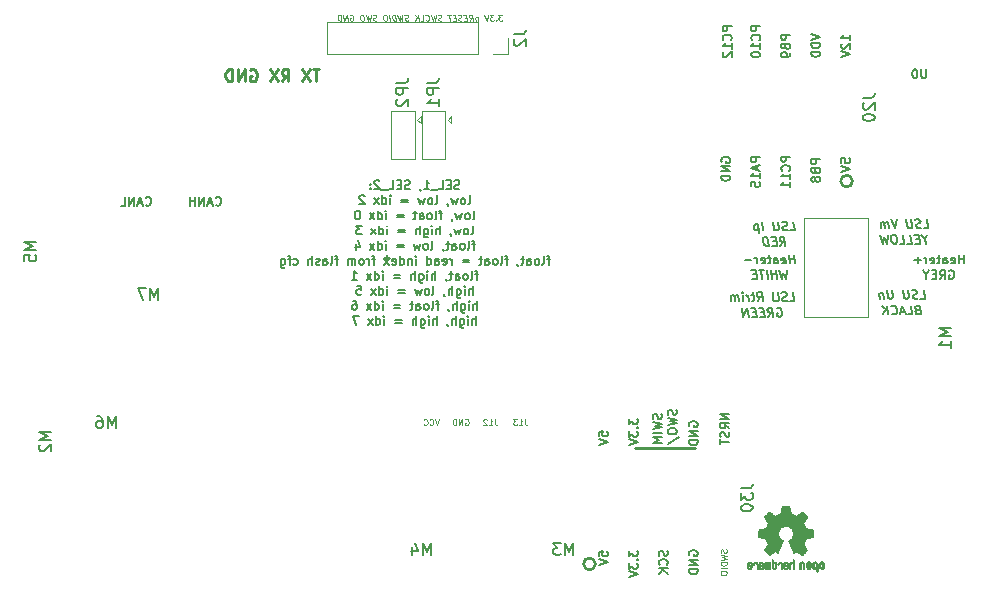
<source format=gbr>
G04 #@! TF.GenerationSoftware,KiCad,Pcbnew,5.1.5+dfsg1-2build2*
G04 #@! TF.CreationDate,2021-11-18T20:41:00+01:00*
G04 #@! TF.ProjectId,wideband_controller_mre,77696465-6261-46e6-945f-636f6e74726f,V1.0*
G04 #@! TF.SameCoordinates,Original*
G04 #@! TF.FileFunction,Legend,Bot*
G04 #@! TF.FilePolarity,Positive*
%FSLAX46Y46*%
G04 Gerber Fmt 4.6, Leading zero omitted, Abs format (unit mm)*
G04 Created by KiCad (PCBNEW 5.1.5+dfsg1-2build2) date 2021-11-18 20:41:00*
%MOMM*%
%LPD*%
G04 APERTURE LIST*
%ADD10C,0.120000*%
%ADD11C,0.187500*%
%ADD12C,0.150000*%
%ADD13C,0.125000*%
%ADD14C,0.250000*%
%ADD15C,0.254000*%
%ADD16C,0.010000*%
%ADD17C,0.130000*%
%ADD18C,0.101600*%
G04 APERTURE END LIST*
D10*
X147400000Y-143400000D02*
X142000000Y-143400000D01*
X147400000Y-151800000D02*
X147400000Y-143400000D01*
X142000000Y-151800000D02*
X147400000Y-151800000D01*
X142000000Y-143400000D02*
X142000000Y-151800000D01*
D11*
X155507142Y-147283035D02*
X155507142Y-146533035D01*
X155507142Y-146890178D02*
X155078571Y-146890178D01*
X155078571Y-147283035D02*
X155078571Y-146533035D01*
X154435714Y-147247321D02*
X154507142Y-147283035D01*
X154650000Y-147283035D01*
X154721428Y-147247321D01*
X154757142Y-147175892D01*
X154757142Y-146890178D01*
X154721428Y-146818750D01*
X154650000Y-146783035D01*
X154507142Y-146783035D01*
X154435714Y-146818750D01*
X154400000Y-146890178D01*
X154400000Y-146961607D01*
X154757142Y-147033035D01*
X153757142Y-147283035D02*
X153757142Y-146890178D01*
X153792857Y-146818750D01*
X153864285Y-146783035D01*
X154007142Y-146783035D01*
X154078571Y-146818750D01*
X153757142Y-147247321D02*
X153828571Y-147283035D01*
X154007142Y-147283035D01*
X154078571Y-147247321D01*
X154114285Y-147175892D01*
X154114285Y-147104464D01*
X154078571Y-147033035D01*
X154007142Y-146997321D01*
X153828571Y-146997321D01*
X153757142Y-146961607D01*
X153507142Y-146783035D02*
X153221428Y-146783035D01*
X153400000Y-146533035D02*
X153400000Y-147175892D01*
X153364285Y-147247321D01*
X153292857Y-147283035D01*
X153221428Y-147283035D01*
X152685714Y-147247321D02*
X152757142Y-147283035D01*
X152900000Y-147283035D01*
X152971428Y-147247321D01*
X153007142Y-147175892D01*
X153007142Y-146890178D01*
X152971428Y-146818750D01*
X152900000Y-146783035D01*
X152757142Y-146783035D01*
X152685714Y-146818750D01*
X152650000Y-146890178D01*
X152650000Y-146961607D01*
X153007142Y-147033035D01*
X152328571Y-147283035D02*
X152328571Y-146783035D01*
X152328571Y-146925892D02*
X152292857Y-146854464D01*
X152257142Y-146818750D01*
X152185714Y-146783035D01*
X152114285Y-146783035D01*
X151864285Y-146997321D02*
X151292857Y-146997321D01*
X151578571Y-147283035D02*
X151578571Y-146711607D01*
X154239285Y-147881250D02*
X154310714Y-147845535D01*
X154417857Y-147845535D01*
X154525000Y-147881250D01*
X154596428Y-147952678D01*
X154632142Y-148024107D01*
X154667857Y-148166964D01*
X154667857Y-148274107D01*
X154632142Y-148416964D01*
X154596428Y-148488392D01*
X154525000Y-148559821D01*
X154417857Y-148595535D01*
X154346428Y-148595535D01*
X154239285Y-148559821D01*
X154203571Y-148524107D01*
X154203571Y-148274107D01*
X154346428Y-148274107D01*
X153453571Y-148595535D02*
X153703571Y-148238392D01*
X153882142Y-148595535D02*
X153882142Y-147845535D01*
X153596428Y-147845535D01*
X153525000Y-147881250D01*
X153489285Y-147916964D01*
X153453571Y-147988392D01*
X153453571Y-148095535D01*
X153489285Y-148166964D01*
X153525000Y-148202678D01*
X153596428Y-148238392D01*
X153882142Y-148238392D01*
X153132142Y-148202678D02*
X152882142Y-148202678D01*
X152775000Y-148595535D02*
X153132142Y-148595535D01*
X153132142Y-147845535D01*
X152775000Y-147845535D01*
X152310714Y-148238392D02*
X152310714Y-148595535D01*
X152560714Y-147845535D02*
X152310714Y-148238392D01*
X152060714Y-147845535D01*
X151816796Y-150283035D02*
X152173939Y-150283035D01*
X152080189Y-149533035D01*
X151598046Y-150247321D02*
X151495368Y-150283035D01*
X151316796Y-150283035D01*
X151240904Y-150247321D01*
X151200725Y-150211607D01*
X151156082Y-150140178D01*
X151147154Y-150068750D01*
X151173939Y-149997321D01*
X151205189Y-149961607D01*
X151272154Y-149925892D01*
X151410546Y-149890178D01*
X151477511Y-149854464D01*
X151508761Y-149818750D01*
X151535546Y-149747321D01*
X151526618Y-149675892D01*
X151481975Y-149604464D01*
X151441796Y-149568750D01*
X151365904Y-149533035D01*
X151187332Y-149533035D01*
X151084654Y-149568750D01*
X150758761Y-149533035D02*
X150834654Y-150140178D01*
X150807868Y-150211607D01*
X150776618Y-150247321D01*
X150709654Y-150283035D01*
X150566796Y-150283035D01*
X150490904Y-150247321D01*
X150450725Y-150211607D01*
X150406082Y-150140178D01*
X150330189Y-149533035D01*
X149401618Y-149533035D02*
X149477511Y-150140178D01*
X149450725Y-150211607D01*
X149419475Y-150247321D01*
X149352511Y-150283035D01*
X149209654Y-150283035D01*
X149133761Y-150247321D01*
X149093582Y-150211607D01*
X149048939Y-150140178D01*
X148973046Y-149533035D01*
X148647154Y-149783035D02*
X148709654Y-150283035D01*
X148656082Y-149854464D02*
X148615904Y-149818750D01*
X148540011Y-149783035D01*
X148432868Y-149783035D01*
X148365904Y-149818750D01*
X148339118Y-149890178D01*
X148388225Y-150283035D01*
X151553404Y-151202678D02*
X151450725Y-151238392D01*
X151419475Y-151274107D01*
X151392689Y-151345535D01*
X151406082Y-151452678D01*
X151450725Y-151524107D01*
X151490904Y-151559821D01*
X151566796Y-151595535D01*
X151852511Y-151595535D01*
X151758761Y-150845535D01*
X151508761Y-150845535D01*
X151441796Y-150881250D01*
X151410546Y-150916964D01*
X151383761Y-150988392D01*
X151392689Y-151059821D01*
X151437332Y-151131250D01*
X151477511Y-151166964D01*
X151553404Y-151202678D01*
X151803404Y-151202678D01*
X150745368Y-151595535D02*
X151102511Y-151595535D01*
X151008761Y-150845535D01*
X150504296Y-151381250D02*
X150147154Y-151381250D01*
X150602511Y-151595535D02*
X150258761Y-150845535D01*
X150102511Y-151595535D01*
X149415011Y-151524107D02*
X149455189Y-151559821D01*
X149566796Y-151595535D01*
X149638225Y-151595535D01*
X149740904Y-151559821D01*
X149803404Y-151488392D01*
X149830189Y-151416964D01*
X149848046Y-151274107D01*
X149834654Y-151166964D01*
X149781082Y-151024107D01*
X149736439Y-150952678D01*
X149656082Y-150881250D01*
X149544475Y-150845535D01*
X149473046Y-150845535D01*
X149370368Y-150881250D01*
X149339118Y-150916964D01*
X149102511Y-151595535D02*
X149008761Y-150845535D01*
X148673939Y-151595535D02*
X148941796Y-151166964D01*
X148580189Y-150845535D02*
X149062332Y-151274107D01*
X152106082Y-144283035D02*
X152463225Y-144283035D01*
X152369475Y-143533035D01*
X151887332Y-144247321D02*
X151784654Y-144283035D01*
X151606082Y-144283035D01*
X151530189Y-144247321D01*
X151490011Y-144211607D01*
X151445368Y-144140178D01*
X151436439Y-144068750D01*
X151463225Y-143997321D01*
X151494475Y-143961607D01*
X151561439Y-143925892D01*
X151699832Y-143890178D01*
X151766796Y-143854464D01*
X151798046Y-143818750D01*
X151824832Y-143747321D01*
X151815904Y-143675892D01*
X151771261Y-143604464D01*
X151731082Y-143568750D01*
X151655189Y-143533035D01*
X151476618Y-143533035D01*
X151373939Y-143568750D01*
X151048046Y-143533035D02*
X151123939Y-144140178D01*
X151097154Y-144211607D01*
X151065904Y-144247321D01*
X150998939Y-144283035D01*
X150856082Y-144283035D01*
X150780189Y-144247321D01*
X150740011Y-144211607D01*
X150695368Y-144140178D01*
X150619475Y-143533035D01*
X149798046Y-143533035D02*
X149641796Y-144283035D01*
X149298046Y-143533035D01*
X149141796Y-144283035D02*
X149079296Y-143783035D01*
X149088225Y-143854464D02*
X149048046Y-143818750D01*
X148972154Y-143783035D01*
X148865011Y-143783035D01*
X148798046Y-143818750D01*
X148771261Y-143890178D01*
X148820368Y-144283035D01*
X148771261Y-143890178D02*
X148726618Y-143818750D01*
X148650725Y-143783035D01*
X148543582Y-143783035D01*
X148476618Y-143818750D01*
X148449832Y-143890178D01*
X148498939Y-144283035D01*
X152204296Y-145238392D02*
X152248939Y-145595535D01*
X152405189Y-144845535D02*
X152204296Y-145238392D01*
X151905189Y-144845535D01*
X151699832Y-145202678D02*
X151449832Y-145202678D01*
X151391796Y-145595535D02*
X151748939Y-145595535D01*
X151655189Y-144845535D01*
X151298046Y-144845535D01*
X150713225Y-145595535D02*
X151070368Y-145595535D01*
X150976618Y-144845535D01*
X150106082Y-145595535D02*
X150463225Y-145595535D01*
X150369475Y-144845535D01*
X149619475Y-144845535D02*
X149476618Y-144845535D01*
X149409654Y-144881250D01*
X149347154Y-144952678D01*
X149329296Y-145095535D01*
X149360546Y-145345535D01*
X149414118Y-145488392D01*
X149494475Y-145559821D01*
X149570368Y-145595535D01*
X149713225Y-145595535D01*
X149780189Y-145559821D01*
X149842689Y-145488392D01*
X149860546Y-145345535D01*
X149829296Y-145095535D01*
X149775725Y-144952678D01*
X149695368Y-144881250D01*
X149619475Y-144845535D01*
X149048046Y-144845535D02*
X148963225Y-145595535D01*
X148753404Y-145059821D01*
X148677511Y-145595535D01*
X148405189Y-144845535D01*
X140802511Y-144483035D02*
X141159654Y-144483035D01*
X141065904Y-143733035D01*
X140583761Y-144447321D02*
X140481082Y-144483035D01*
X140302511Y-144483035D01*
X140226618Y-144447321D01*
X140186439Y-144411607D01*
X140141796Y-144340178D01*
X140132868Y-144268750D01*
X140159654Y-144197321D01*
X140190904Y-144161607D01*
X140257868Y-144125892D01*
X140396261Y-144090178D01*
X140463225Y-144054464D01*
X140494475Y-144018750D01*
X140521261Y-143947321D01*
X140512332Y-143875892D01*
X140467689Y-143804464D01*
X140427511Y-143768750D01*
X140351618Y-143733035D01*
X140173046Y-143733035D01*
X140070368Y-143768750D01*
X139744475Y-143733035D02*
X139820368Y-144340178D01*
X139793582Y-144411607D01*
X139762332Y-144447321D01*
X139695368Y-144483035D01*
X139552511Y-144483035D01*
X139476618Y-144447321D01*
X139436439Y-144411607D01*
X139391796Y-144340178D01*
X139315904Y-143733035D01*
X138481082Y-144483035D02*
X138387332Y-143733035D01*
X138061439Y-143983035D02*
X138155189Y-144733035D01*
X138065904Y-144018750D02*
X137990011Y-143983035D01*
X137847154Y-143983035D01*
X137780189Y-144018750D01*
X137748939Y-144054464D01*
X137722154Y-144125892D01*
X137748939Y-144340178D01*
X137793582Y-144411607D01*
X137833761Y-144447321D01*
X137909654Y-144483035D01*
X138052511Y-144483035D01*
X138119475Y-144447321D01*
X139963225Y-145795535D02*
X140168582Y-145438392D01*
X140391796Y-145795535D02*
X140298046Y-145045535D01*
X140012332Y-145045535D01*
X139945368Y-145081250D01*
X139914118Y-145116964D01*
X139887332Y-145188392D01*
X139900725Y-145295535D01*
X139945368Y-145366964D01*
X139985546Y-145402678D01*
X140061439Y-145438392D01*
X140347154Y-145438392D01*
X139592689Y-145402678D02*
X139342689Y-145402678D01*
X139284654Y-145795535D02*
X139641796Y-145795535D01*
X139548046Y-145045535D01*
X139190904Y-145045535D01*
X138963225Y-145795535D02*
X138869475Y-145045535D01*
X138690904Y-145045535D01*
X138588225Y-145081250D01*
X138525725Y-145152678D01*
X138498939Y-145224107D01*
X138481082Y-145366964D01*
X138494475Y-145474107D01*
X138548046Y-145616964D01*
X138592689Y-145688392D01*
X138673046Y-145759821D01*
X138784654Y-145795535D01*
X138963225Y-145795535D01*
X141188225Y-147283035D02*
X141094475Y-146533035D01*
X141139118Y-146890178D02*
X140710546Y-146890178D01*
X140759654Y-147283035D02*
X140665904Y-146533035D01*
X140112332Y-147247321D02*
X140188225Y-147283035D01*
X140331082Y-147283035D01*
X140398046Y-147247321D01*
X140424832Y-147175892D01*
X140389118Y-146890178D01*
X140344475Y-146818750D01*
X140268582Y-146783035D01*
X140125725Y-146783035D01*
X140058761Y-146818750D01*
X140031975Y-146890178D01*
X140040904Y-146961607D01*
X140406975Y-147033035D01*
X139438225Y-147283035D02*
X139389118Y-146890178D01*
X139415904Y-146818750D01*
X139482868Y-146783035D01*
X139625725Y-146783035D01*
X139701618Y-146818750D01*
X139433761Y-147247321D02*
X139509654Y-147283035D01*
X139688225Y-147283035D01*
X139755189Y-147247321D01*
X139781975Y-147175892D01*
X139773046Y-147104464D01*
X139728404Y-147033035D01*
X139652511Y-146997321D01*
X139473939Y-146997321D01*
X139398046Y-146961607D01*
X139125725Y-146783035D02*
X138840011Y-146783035D01*
X138987332Y-146533035D02*
X139067689Y-147175892D01*
X139040904Y-147247321D01*
X138973939Y-147283035D01*
X138902511Y-147283035D01*
X138362332Y-147247321D02*
X138438225Y-147283035D01*
X138581082Y-147283035D01*
X138648046Y-147247321D01*
X138674832Y-147175892D01*
X138639118Y-146890178D01*
X138594475Y-146818750D01*
X138518582Y-146783035D01*
X138375725Y-146783035D01*
X138308761Y-146818750D01*
X138281975Y-146890178D01*
X138290904Y-146961607D01*
X138656975Y-147033035D01*
X138009654Y-147283035D02*
X137947154Y-146783035D01*
X137965011Y-146925892D02*
X137920368Y-146854464D01*
X137880189Y-146818750D01*
X137804296Y-146783035D01*
X137732868Y-146783035D01*
X137509654Y-146997321D02*
X136938225Y-146997321D01*
X140505189Y-147845535D02*
X140420368Y-148595535D01*
X140210546Y-148059821D01*
X140134654Y-148595535D01*
X139862332Y-147845535D01*
X139670368Y-148595535D02*
X139576618Y-147845535D01*
X139621261Y-148202678D02*
X139192689Y-148202678D01*
X139241796Y-148595535D02*
X139148046Y-147845535D01*
X138884654Y-148595535D02*
X138790904Y-147845535D01*
X138540904Y-147845535D02*
X138112332Y-147845535D01*
X138420368Y-148595535D02*
X138326618Y-147845535D01*
X137906975Y-148202678D02*
X137656975Y-148202678D01*
X137598939Y-148595535D02*
X137956082Y-148595535D01*
X137862332Y-147845535D01*
X137505189Y-147845535D01*
X140784654Y-150483035D02*
X141141796Y-150483035D01*
X141048046Y-149733035D01*
X140565904Y-150447321D02*
X140463225Y-150483035D01*
X140284654Y-150483035D01*
X140208761Y-150447321D01*
X140168582Y-150411607D01*
X140123939Y-150340178D01*
X140115011Y-150268750D01*
X140141796Y-150197321D01*
X140173046Y-150161607D01*
X140240011Y-150125892D01*
X140378404Y-150090178D01*
X140445368Y-150054464D01*
X140476618Y-150018750D01*
X140503404Y-149947321D01*
X140494475Y-149875892D01*
X140449832Y-149804464D01*
X140409654Y-149768750D01*
X140333761Y-149733035D01*
X140155189Y-149733035D01*
X140052511Y-149768750D01*
X139726618Y-149733035D02*
X139802511Y-150340178D01*
X139775725Y-150411607D01*
X139744475Y-150447321D01*
X139677511Y-150483035D01*
X139534654Y-150483035D01*
X139458761Y-150447321D01*
X139418582Y-150411607D01*
X139373939Y-150340178D01*
X139298046Y-149733035D01*
X138034654Y-150483035D02*
X138240011Y-150125892D01*
X138463225Y-150483035D02*
X138369475Y-149733035D01*
X138083761Y-149733035D01*
X138016796Y-149768750D01*
X137985546Y-149804464D01*
X137958761Y-149875892D01*
X137972154Y-149983035D01*
X138016796Y-150054464D01*
X138056975Y-150090178D01*
X138132868Y-150125892D01*
X138418582Y-150125892D01*
X137757868Y-149983035D02*
X137472154Y-149983035D01*
X137619475Y-149733035D02*
X137699832Y-150375892D01*
X137673046Y-150447321D01*
X137606082Y-150483035D01*
X137534654Y-150483035D01*
X137284654Y-150483035D02*
X137222154Y-149983035D01*
X137240011Y-150125892D02*
X137195368Y-150054464D01*
X137155189Y-150018750D01*
X137079296Y-149983035D01*
X137007868Y-149983035D01*
X136820368Y-150483035D02*
X136757868Y-149983035D01*
X136726618Y-149733035D02*
X136766796Y-149768750D01*
X136735546Y-149804464D01*
X136695368Y-149768750D01*
X136726618Y-149733035D01*
X136735546Y-149804464D01*
X136463225Y-150483035D02*
X136400725Y-149983035D01*
X136409654Y-150054464D02*
X136369475Y-150018750D01*
X136293582Y-149983035D01*
X136186439Y-149983035D01*
X136119475Y-150018750D01*
X136092689Y-150090178D01*
X136141796Y-150483035D01*
X136092689Y-150090178D02*
X136048046Y-150018750D01*
X135972154Y-149983035D01*
X135865011Y-149983035D01*
X135798046Y-150018750D01*
X135771261Y-150090178D01*
X135820368Y-150483035D01*
X139641796Y-151081250D02*
X139708761Y-151045535D01*
X139815904Y-151045535D01*
X139927511Y-151081250D01*
X140007868Y-151152678D01*
X140052511Y-151224107D01*
X140106082Y-151366964D01*
X140119475Y-151474107D01*
X140101618Y-151616964D01*
X140074832Y-151688392D01*
X140012332Y-151759821D01*
X139909654Y-151795535D01*
X139838225Y-151795535D01*
X139726618Y-151759821D01*
X139686439Y-151724107D01*
X139655189Y-151474107D01*
X139798046Y-151474107D01*
X138945368Y-151795535D02*
X139150725Y-151438392D01*
X139373939Y-151795535D02*
X139280189Y-151045535D01*
X138994475Y-151045535D01*
X138927511Y-151081250D01*
X138896261Y-151116964D01*
X138869475Y-151188392D01*
X138882868Y-151295535D01*
X138927511Y-151366964D01*
X138967689Y-151402678D01*
X139043582Y-151438392D01*
X139329296Y-151438392D01*
X138574832Y-151402678D02*
X138324832Y-151402678D01*
X138266796Y-151795535D02*
X138623939Y-151795535D01*
X138530189Y-151045535D01*
X138173046Y-151045535D01*
X137896261Y-151402678D02*
X137646261Y-151402678D01*
X137588225Y-151795535D02*
X137945368Y-151795535D01*
X137851618Y-151045535D01*
X137494475Y-151045535D01*
X137266796Y-151795535D02*
X137173046Y-151045535D01*
X136838225Y-151795535D01*
X136744475Y-151045535D01*
D12*
X112785714Y-140966071D02*
X112678571Y-141001785D01*
X112500000Y-141001785D01*
X112428571Y-140966071D01*
X112392857Y-140930357D01*
X112357142Y-140858928D01*
X112357142Y-140787500D01*
X112392857Y-140716071D01*
X112428571Y-140680357D01*
X112500000Y-140644642D01*
X112642857Y-140608928D01*
X112714285Y-140573214D01*
X112750000Y-140537500D01*
X112785714Y-140466071D01*
X112785714Y-140394642D01*
X112750000Y-140323214D01*
X112714285Y-140287500D01*
X112642857Y-140251785D01*
X112464285Y-140251785D01*
X112357142Y-140287500D01*
X112035714Y-140608928D02*
X111785714Y-140608928D01*
X111678571Y-141001785D02*
X112035714Y-141001785D01*
X112035714Y-140251785D01*
X111678571Y-140251785D01*
X111000000Y-141001785D02*
X111357142Y-141001785D01*
X111357142Y-140251785D01*
X110928571Y-141073214D02*
X110357142Y-141073214D01*
X109785714Y-141001785D02*
X110214285Y-141001785D01*
X110000000Y-141001785D02*
X110000000Y-140251785D01*
X110071428Y-140358928D01*
X110142857Y-140430357D01*
X110214285Y-140466071D01*
X109428571Y-140966071D02*
X109428571Y-141001785D01*
X109464285Y-141073214D01*
X109500000Y-141108928D01*
X108571428Y-140966071D02*
X108464285Y-141001785D01*
X108285714Y-141001785D01*
X108214285Y-140966071D01*
X108178571Y-140930357D01*
X108142857Y-140858928D01*
X108142857Y-140787500D01*
X108178571Y-140716071D01*
X108214285Y-140680357D01*
X108285714Y-140644642D01*
X108428571Y-140608928D01*
X108500000Y-140573214D01*
X108535714Y-140537500D01*
X108571428Y-140466071D01*
X108571428Y-140394642D01*
X108535714Y-140323214D01*
X108500000Y-140287500D01*
X108428571Y-140251785D01*
X108250000Y-140251785D01*
X108142857Y-140287500D01*
X107821428Y-140608928D02*
X107571428Y-140608928D01*
X107464285Y-141001785D02*
X107821428Y-141001785D01*
X107821428Y-140251785D01*
X107464285Y-140251785D01*
X106785714Y-141001785D02*
X107142857Y-141001785D01*
X107142857Y-140251785D01*
X106714285Y-141073214D02*
X106142857Y-141073214D01*
X106000000Y-140323214D02*
X105964285Y-140287500D01*
X105892857Y-140251785D01*
X105714285Y-140251785D01*
X105642857Y-140287500D01*
X105607142Y-140323214D01*
X105571428Y-140394642D01*
X105571428Y-140466071D01*
X105607142Y-140573214D01*
X106035714Y-141001785D01*
X105571428Y-141001785D01*
X105250000Y-140930357D02*
X105214285Y-140966071D01*
X105250000Y-141001785D01*
X105285714Y-140966071D01*
X105250000Y-140930357D01*
X105250000Y-141001785D01*
X105250000Y-140537500D02*
X105214285Y-140573214D01*
X105250000Y-140608928D01*
X105285714Y-140573214D01*
X105250000Y-140537500D01*
X105250000Y-140608928D01*
X113535714Y-142276785D02*
X113607142Y-142241071D01*
X113642857Y-142169642D01*
X113642857Y-141526785D01*
X113142857Y-142276785D02*
X113214285Y-142241071D01*
X113250000Y-142205357D01*
X113285714Y-142133928D01*
X113285714Y-141919642D01*
X113250000Y-141848214D01*
X113214285Y-141812500D01*
X113142857Y-141776785D01*
X113035714Y-141776785D01*
X112964285Y-141812500D01*
X112928571Y-141848214D01*
X112892857Y-141919642D01*
X112892857Y-142133928D01*
X112928571Y-142205357D01*
X112964285Y-142241071D01*
X113035714Y-142276785D01*
X113142857Y-142276785D01*
X112642857Y-141776785D02*
X112500000Y-142276785D01*
X112357142Y-141919642D01*
X112214285Y-142276785D01*
X112071428Y-141776785D01*
X111750000Y-142241071D02*
X111750000Y-142276785D01*
X111785714Y-142348214D01*
X111821428Y-142383928D01*
X110750000Y-142276785D02*
X110821428Y-142241071D01*
X110857142Y-142169642D01*
X110857142Y-141526785D01*
X110357142Y-142276785D02*
X110428571Y-142241071D01*
X110464285Y-142205357D01*
X110500000Y-142133928D01*
X110500000Y-141919642D01*
X110464285Y-141848214D01*
X110428571Y-141812500D01*
X110357142Y-141776785D01*
X110250000Y-141776785D01*
X110178571Y-141812500D01*
X110142857Y-141848214D01*
X110107142Y-141919642D01*
X110107142Y-142133928D01*
X110142857Y-142205357D01*
X110178571Y-142241071D01*
X110250000Y-142276785D01*
X110357142Y-142276785D01*
X109857142Y-141776785D02*
X109714285Y-142276785D01*
X109571428Y-141919642D01*
X109428571Y-142276785D01*
X109285714Y-141776785D01*
X108428571Y-141883928D02*
X107857142Y-141883928D01*
X107857142Y-142098214D02*
X108428571Y-142098214D01*
X106928571Y-142276785D02*
X106928571Y-141776785D01*
X106928571Y-141526785D02*
X106964285Y-141562500D01*
X106928571Y-141598214D01*
X106892857Y-141562500D01*
X106928571Y-141526785D01*
X106928571Y-141598214D01*
X106250000Y-142276785D02*
X106250000Y-141526785D01*
X106250000Y-142241071D02*
X106321428Y-142276785D01*
X106464285Y-142276785D01*
X106535714Y-142241071D01*
X106571428Y-142205357D01*
X106607142Y-142133928D01*
X106607142Y-141919642D01*
X106571428Y-141848214D01*
X106535714Y-141812500D01*
X106464285Y-141776785D01*
X106321428Y-141776785D01*
X106250000Y-141812500D01*
X105964285Y-142276785D02*
X105571428Y-141776785D01*
X105964285Y-141776785D02*
X105571428Y-142276785D01*
X104750000Y-141598214D02*
X104714285Y-141562500D01*
X104642857Y-141526785D01*
X104464285Y-141526785D01*
X104392857Y-141562500D01*
X104357142Y-141598214D01*
X104321428Y-141669642D01*
X104321428Y-141741071D01*
X104357142Y-141848214D01*
X104785714Y-142276785D01*
X104321428Y-142276785D01*
X113910714Y-143551785D02*
X113982142Y-143516071D01*
X114017857Y-143444642D01*
X114017857Y-142801785D01*
X113517857Y-143551785D02*
X113589285Y-143516071D01*
X113625000Y-143480357D01*
X113660714Y-143408928D01*
X113660714Y-143194642D01*
X113625000Y-143123214D01*
X113589285Y-143087500D01*
X113517857Y-143051785D01*
X113410714Y-143051785D01*
X113339285Y-143087500D01*
X113303571Y-143123214D01*
X113267857Y-143194642D01*
X113267857Y-143408928D01*
X113303571Y-143480357D01*
X113339285Y-143516071D01*
X113410714Y-143551785D01*
X113517857Y-143551785D01*
X113017857Y-143051785D02*
X112875000Y-143551785D01*
X112732142Y-143194642D01*
X112589285Y-143551785D01*
X112446428Y-143051785D01*
X112125000Y-143516071D02*
X112125000Y-143551785D01*
X112160714Y-143623214D01*
X112196428Y-143658928D01*
X111339285Y-143051785D02*
X111053571Y-143051785D01*
X111232142Y-143551785D02*
X111232142Y-142908928D01*
X111196428Y-142837500D01*
X111125000Y-142801785D01*
X111053571Y-142801785D01*
X110696428Y-143551785D02*
X110767857Y-143516071D01*
X110803571Y-143444642D01*
X110803571Y-142801785D01*
X110303571Y-143551785D02*
X110375000Y-143516071D01*
X110410714Y-143480357D01*
X110446428Y-143408928D01*
X110446428Y-143194642D01*
X110410714Y-143123214D01*
X110375000Y-143087500D01*
X110303571Y-143051785D01*
X110196428Y-143051785D01*
X110125000Y-143087500D01*
X110089285Y-143123214D01*
X110053571Y-143194642D01*
X110053571Y-143408928D01*
X110089285Y-143480357D01*
X110125000Y-143516071D01*
X110196428Y-143551785D01*
X110303571Y-143551785D01*
X109410714Y-143551785D02*
X109410714Y-143158928D01*
X109446428Y-143087500D01*
X109517857Y-143051785D01*
X109660714Y-143051785D01*
X109732142Y-143087500D01*
X109410714Y-143516071D02*
X109482142Y-143551785D01*
X109660714Y-143551785D01*
X109732142Y-143516071D01*
X109767857Y-143444642D01*
X109767857Y-143373214D01*
X109732142Y-143301785D01*
X109660714Y-143266071D01*
X109482142Y-143266071D01*
X109410714Y-143230357D01*
X109160714Y-143051785D02*
X108875000Y-143051785D01*
X109053571Y-142801785D02*
X109053571Y-143444642D01*
X109017857Y-143516071D01*
X108946428Y-143551785D01*
X108875000Y-143551785D01*
X108053571Y-143158928D02*
X107482142Y-143158928D01*
X107482142Y-143373214D02*
X108053571Y-143373214D01*
X106553571Y-143551785D02*
X106553571Y-143051785D01*
X106553571Y-142801785D02*
X106589285Y-142837500D01*
X106553571Y-142873214D01*
X106517857Y-142837500D01*
X106553571Y-142801785D01*
X106553571Y-142873214D01*
X105875000Y-143551785D02*
X105875000Y-142801785D01*
X105875000Y-143516071D02*
X105946428Y-143551785D01*
X106089285Y-143551785D01*
X106160714Y-143516071D01*
X106196428Y-143480357D01*
X106232142Y-143408928D01*
X106232142Y-143194642D01*
X106196428Y-143123214D01*
X106160714Y-143087500D01*
X106089285Y-143051785D01*
X105946428Y-143051785D01*
X105875000Y-143087500D01*
X105589285Y-143551785D02*
X105196428Y-143051785D01*
X105589285Y-143051785D02*
X105196428Y-143551785D01*
X104196428Y-142801785D02*
X104125000Y-142801785D01*
X104053571Y-142837500D01*
X104017857Y-142873214D01*
X103982142Y-142944642D01*
X103946428Y-143087500D01*
X103946428Y-143266071D01*
X103982142Y-143408928D01*
X104017857Y-143480357D01*
X104053571Y-143516071D01*
X104125000Y-143551785D01*
X104196428Y-143551785D01*
X104267857Y-143516071D01*
X104303571Y-143480357D01*
X104339285Y-143408928D01*
X104375000Y-143266071D01*
X104375000Y-143087500D01*
X104339285Y-142944642D01*
X104303571Y-142873214D01*
X104267857Y-142837500D01*
X104196428Y-142801785D01*
X113803571Y-144826785D02*
X113875000Y-144791071D01*
X113910714Y-144719642D01*
X113910714Y-144076785D01*
X113410714Y-144826785D02*
X113482142Y-144791071D01*
X113517857Y-144755357D01*
X113553571Y-144683928D01*
X113553571Y-144469642D01*
X113517857Y-144398214D01*
X113482142Y-144362500D01*
X113410714Y-144326785D01*
X113303571Y-144326785D01*
X113232142Y-144362500D01*
X113196428Y-144398214D01*
X113160714Y-144469642D01*
X113160714Y-144683928D01*
X113196428Y-144755357D01*
X113232142Y-144791071D01*
X113303571Y-144826785D01*
X113410714Y-144826785D01*
X112910714Y-144326785D02*
X112767857Y-144826785D01*
X112625000Y-144469642D01*
X112482142Y-144826785D01*
X112339285Y-144326785D01*
X112017857Y-144791071D02*
X112017857Y-144826785D01*
X112053571Y-144898214D01*
X112089285Y-144933928D01*
X111125000Y-144826785D02*
X111125000Y-144076785D01*
X110803571Y-144826785D02*
X110803571Y-144433928D01*
X110839285Y-144362500D01*
X110910714Y-144326785D01*
X111017857Y-144326785D01*
X111089285Y-144362500D01*
X111125000Y-144398214D01*
X110446428Y-144826785D02*
X110446428Y-144326785D01*
X110446428Y-144076785D02*
X110482142Y-144112500D01*
X110446428Y-144148214D01*
X110410714Y-144112500D01*
X110446428Y-144076785D01*
X110446428Y-144148214D01*
X109767857Y-144326785D02*
X109767857Y-144933928D01*
X109803571Y-145005357D01*
X109839285Y-145041071D01*
X109910714Y-145076785D01*
X110017857Y-145076785D01*
X110089285Y-145041071D01*
X109767857Y-144791071D02*
X109839285Y-144826785D01*
X109982142Y-144826785D01*
X110053571Y-144791071D01*
X110089285Y-144755357D01*
X110125000Y-144683928D01*
X110125000Y-144469642D01*
X110089285Y-144398214D01*
X110053571Y-144362500D01*
X109982142Y-144326785D01*
X109839285Y-144326785D01*
X109767857Y-144362500D01*
X109410714Y-144826785D02*
X109410714Y-144076785D01*
X109089285Y-144826785D02*
X109089285Y-144433928D01*
X109125000Y-144362500D01*
X109196428Y-144326785D01*
X109303571Y-144326785D01*
X109375000Y-144362500D01*
X109410714Y-144398214D01*
X108160714Y-144433928D02*
X107589285Y-144433928D01*
X107589285Y-144648214D02*
X108160714Y-144648214D01*
X106660714Y-144826785D02*
X106660714Y-144326785D01*
X106660714Y-144076785D02*
X106696428Y-144112500D01*
X106660714Y-144148214D01*
X106625000Y-144112500D01*
X106660714Y-144076785D01*
X106660714Y-144148214D01*
X105982142Y-144826785D02*
X105982142Y-144076785D01*
X105982142Y-144791071D02*
X106053571Y-144826785D01*
X106196428Y-144826785D01*
X106267857Y-144791071D01*
X106303571Y-144755357D01*
X106339285Y-144683928D01*
X106339285Y-144469642D01*
X106303571Y-144398214D01*
X106267857Y-144362500D01*
X106196428Y-144326785D01*
X106053571Y-144326785D01*
X105982142Y-144362500D01*
X105696428Y-144826785D02*
X105303571Y-144326785D01*
X105696428Y-144326785D02*
X105303571Y-144826785D01*
X104517857Y-144076785D02*
X104053571Y-144076785D01*
X104303571Y-144362500D01*
X104196428Y-144362500D01*
X104125000Y-144398214D01*
X104089285Y-144433928D01*
X104053571Y-144505357D01*
X104053571Y-144683928D01*
X104089285Y-144755357D01*
X104125000Y-144791071D01*
X104196428Y-144826785D01*
X104410714Y-144826785D01*
X104482142Y-144791071D01*
X104517857Y-144755357D01*
X114125000Y-145601785D02*
X113839285Y-145601785D01*
X114017857Y-146101785D02*
X114017857Y-145458928D01*
X113982142Y-145387500D01*
X113910714Y-145351785D01*
X113839285Y-145351785D01*
X113482142Y-146101785D02*
X113553571Y-146066071D01*
X113589285Y-145994642D01*
X113589285Y-145351785D01*
X113089285Y-146101785D02*
X113160714Y-146066071D01*
X113196428Y-146030357D01*
X113232142Y-145958928D01*
X113232142Y-145744642D01*
X113196428Y-145673214D01*
X113160714Y-145637500D01*
X113089285Y-145601785D01*
X112982142Y-145601785D01*
X112910714Y-145637500D01*
X112875000Y-145673214D01*
X112839285Y-145744642D01*
X112839285Y-145958928D01*
X112875000Y-146030357D01*
X112910714Y-146066071D01*
X112982142Y-146101785D01*
X113089285Y-146101785D01*
X112196428Y-146101785D02*
X112196428Y-145708928D01*
X112232142Y-145637500D01*
X112303571Y-145601785D01*
X112446428Y-145601785D01*
X112517857Y-145637500D01*
X112196428Y-146066071D02*
X112267857Y-146101785D01*
X112446428Y-146101785D01*
X112517857Y-146066071D01*
X112553571Y-145994642D01*
X112553571Y-145923214D01*
X112517857Y-145851785D01*
X112446428Y-145816071D01*
X112267857Y-145816071D01*
X112196428Y-145780357D01*
X111946428Y-145601785D02*
X111660714Y-145601785D01*
X111839285Y-145351785D02*
X111839285Y-145994642D01*
X111803571Y-146066071D01*
X111732142Y-146101785D01*
X111660714Y-146101785D01*
X111375000Y-146066071D02*
X111375000Y-146101785D01*
X111410714Y-146173214D01*
X111446428Y-146208928D01*
X110375000Y-146101785D02*
X110446428Y-146066071D01*
X110482142Y-145994642D01*
X110482142Y-145351785D01*
X109982142Y-146101785D02*
X110053571Y-146066071D01*
X110089285Y-146030357D01*
X110125000Y-145958928D01*
X110125000Y-145744642D01*
X110089285Y-145673214D01*
X110053571Y-145637500D01*
X109982142Y-145601785D01*
X109875000Y-145601785D01*
X109803571Y-145637500D01*
X109767857Y-145673214D01*
X109732142Y-145744642D01*
X109732142Y-145958928D01*
X109767857Y-146030357D01*
X109803571Y-146066071D01*
X109875000Y-146101785D01*
X109982142Y-146101785D01*
X109482142Y-145601785D02*
X109339285Y-146101785D01*
X109196428Y-145744642D01*
X109053571Y-146101785D01*
X108910714Y-145601785D01*
X108053571Y-145708928D02*
X107482142Y-145708928D01*
X107482142Y-145923214D02*
X108053571Y-145923214D01*
X106553571Y-146101785D02*
X106553571Y-145601785D01*
X106553571Y-145351785D02*
X106589285Y-145387500D01*
X106553571Y-145423214D01*
X106517857Y-145387500D01*
X106553571Y-145351785D01*
X106553571Y-145423214D01*
X105875000Y-146101785D02*
X105875000Y-145351785D01*
X105875000Y-146066071D02*
X105946428Y-146101785D01*
X106089285Y-146101785D01*
X106160714Y-146066071D01*
X106196428Y-146030357D01*
X106232142Y-145958928D01*
X106232142Y-145744642D01*
X106196428Y-145673214D01*
X106160714Y-145637500D01*
X106089285Y-145601785D01*
X105946428Y-145601785D01*
X105875000Y-145637500D01*
X105589285Y-146101785D02*
X105196428Y-145601785D01*
X105589285Y-145601785D02*
X105196428Y-146101785D01*
X104017857Y-145601785D02*
X104017857Y-146101785D01*
X104196428Y-145316071D02*
X104375000Y-145851785D01*
X103910714Y-145851785D01*
X120446428Y-146876785D02*
X120160714Y-146876785D01*
X120339285Y-147376785D02*
X120339285Y-146733928D01*
X120303571Y-146662500D01*
X120232142Y-146626785D01*
X120160714Y-146626785D01*
X119803571Y-147376785D02*
X119875000Y-147341071D01*
X119910714Y-147269642D01*
X119910714Y-146626785D01*
X119410714Y-147376785D02*
X119482142Y-147341071D01*
X119517857Y-147305357D01*
X119553571Y-147233928D01*
X119553571Y-147019642D01*
X119517857Y-146948214D01*
X119482142Y-146912500D01*
X119410714Y-146876785D01*
X119303571Y-146876785D01*
X119232142Y-146912500D01*
X119196428Y-146948214D01*
X119160714Y-147019642D01*
X119160714Y-147233928D01*
X119196428Y-147305357D01*
X119232142Y-147341071D01*
X119303571Y-147376785D01*
X119410714Y-147376785D01*
X118517857Y-147376785D02*
X118517857Y-146983928D01*
X118553571Y-146912500D01*
X118625000Y-146876785D01*
X118767857Y-146876785D01*
X118839285Y-146912500D01*
X118517857Y-147341071D02*
X118589285Y-147376785D01*
X118767857Y-147376785D01*
X118839285Y-147341071D01*
X118875000Y-147269642D01*
X118875000Y-147198214D01*
X118839285Y-147126785D01*
X118767857Y-147091071D01*
X118589285Y-147091071D01*
X118517857Y-147055357D01*
X118267857Y-146876785D02*
X117982142Y-146876785D01*
X118160714Y-146626785D02*
X118160714Y-147269642D01*
X118125000Y-147341071D01*
X118053571Y-147376785D01*
X117982142Y-147376785D01*
X117696428Y-147341071D02*
X117696428Y-147376785D01*
X117732142Y-147448214D01*
X117767857Y-147483928D01*
X116910714Y-146876785D02*
X116625000Y-146876785D01*
X116803571Y-147376785D02*
X116803571Y-146733928D01*
X116767857Y-146662500D01*
X116696428Y-146626785D01*
X116625000Y-146626785D01*
X116267857Y-147376785D02*
X116339285Y-147341071D01*
X116375000Y-147269642D01*
X116375000Y-146626785D01*
X115875000Y-147376785D02*
X115946428Y-147341071D01*
X115982142Y-147305357D01*
X116017857Y-147233928D01*
X116017857Y-147019642D01*
X115982142Y-146948214D01*
X115946428Y-146912500D01*
X115875000Y-146876785D01*
X115767857Y-146876785D01*
X115696428Y-146912500D01*
X115660714Y-146948214D01*
X115625000Y-147019642D01*
X115625000Y-147233928D01*
X115660714Y-147305357D01*
X115696428Y-147341071D01*
X115767857Y-147376785D01*
X115875000Y-147376785D01*
X114982142Y-147376785D02*
X114982142Y-146983928D01*
X115017857Y-146912500D01*
X115089285Y-146876785D01*
X115232142Y-146876785D01*
X115303571Y-146912500D01*
X114982142Y-147341071D02*
X115053571Y-147376785D01*
X115232142Y-147376785D01*
X115303571Y-147341071D01*
X115339285Y-147269642D01*
X115339285Y-147198214D01*
X115303571Y-147126785D01*
X115232142Y-147091071D01*
X115053571Y-147091071D01*
X114982142Y-147055357D01*
X114732142Y-146876785D02*
X114446428Y-146876785D01*
X114625000Y-146626785D02*
X114625000Y-147269642D01*
X114589285Y-147341071D01*
X114517857Y-147376785D01*
X114446428Y-147376785D01*
X113625000Y-146983928D02*
X113053571Y-146983928D01*
X113053571Y-147198214D02*
X113625000Y-147198214D01*
X112125000Y-147376785D02*
X112125000Y-146876785D01*
X112125000Y-147019642D02*
X112089285Y-146948214D01*
X112053571Y-146912500D01*
X111982142Y-146876785D01*
X111910714Y-146876785D01*
X111375000Y-147341071D02*
X111446428Y-147376785D01*
X111589285Y-147376785D01*
X111660714Y-147341071D01*
X111696428Y-147269642D01*
X111696428Y-146983928D01*
X111660714Y-146912500D01*
X111589285Y-146876785D01*
X111446428Y-146876785D01*
X111375000Y-146912500D01*
X111339285Y-146983928D01*
X111339285Y-147055357D01*
X111696428Y-147126785D01*
X110696428Y-147376785D02*
X110696428Y-146983928D01*
X110732142Y-146912500D01*
X110803571Y-146876785D01*
X110946428Y-146876785D01*
X111017857Y-146912500D01*
X110696428Y-147341071D02*
X110767857Y-147376785D01*
X110946428Y-147376785D01*
X111017857Y-147341071D01*
X111053571Y-147269642D01*
X111053571Y-147198214D01*
X111017857Y-147126785D01*
X110946428Y-147091071D01*
X110767857Y-147091071D01*
X110696428Y-147055357D01*
X110017857Y-147376785D02*
X110017857Y-146626785D01*
X110017857Y-147341071D02*
X110089285Y-147376785D01*
X110232142Y-147376785D01*
X110303571Y-147341071D01*
X110339285Y-147305357D01*
X110375000Y-147233928D01*
X110375000Y-147019642D01*
X110339285Y-146948214D01*
X110303571Y-146912500D01*
X110232142Y-146876785D01*
X110089285Y-146876785D01*
X110017857Y-146912500D01*
X109089285Y-147376785D02*
X109089285Y-146876785D01*
X109089285Y-146626785D02*
X109125000Y-146662500D01*
X109089285Y-146698214D01*
X109053571Y-146662500D01*
X109089285Y-146626785D01*
X109089285Y-146698214D01*
X108732142Y-146876785D02*
X108732142Y-147376785D01*
X108732142Y-146948214D02*
X108696428Y-146912500D01*
X108625000Y-146876785D01*
X108517857Y-146876785D01*
X108446428Y-146912500D01*
X108410714Y-146983928D01*
X108410714Y-147376785D01*
X107732142Y-147376785D02*
X107732142Y-146626785D01*
X107732142Y-147341071D02*
X107803571Y-147376785D01*
X107946428Y-147376785D01*
X108017857Y-147341071D01*
X108053571Y-147305357D01*
X108089285Y-147233928D01*
X108089285Y-147019642D01*
X108053571Y-146948214D01*
X108017857Y-146912500D01*
X107946428Y-146876785D01*
X107803571Y-146876785D01*
X107732142Y-146912500D01*
X107089285Y-147341071D02*
X107160714Y-147376785D01*
X107303571Y-147376785D01*
X107375000Y-147341071D01*
X107410714Y-147269642D01*
X107410714Y-146983928D01*
X107375000Y-146912500D01*
X107303571Y-146876785D01*
X107160714Y-146876785D01*
X107089285Y-146912500D01*
X107053571Y-146983928D01*
X107053571Y-147055357D01*
X107410714Y-147126785D01*
X106803571Y-147376785D02*
X106410714Y-146876785D01*
X106803571Y-146876785D02*
X106410714Y-147376785D01*
X105660714Y-146876785D02*
X105375000Y-146876785D01*
X105553571Y-147376785D02*
X105553571Y-146733928D01*
X105517857Y-146662500D01*
X105446428Y-146626785D01*
X105375000Y-146626785D01*
X105125000Y-147376785D02*
X105125000Y-146876785D01*
X105125000Y-147019642D02*
X105089285Y-146948214D01*
X105053571Y-146912500D01*
X104982142Y-146876785D01*
X104910714Y-146876785D01*
X104553571Y-147376785D02*
X104625000Y-147341071D01*
X104660714Y-147305357D01*
X104696428Y-147233928D01*
X104696428Y-147019642D01*
X104660714Y-146948214D01*
X104625000Y-146912500D01*
X104553571Y-146876785D01*
X104446428Y-146876785D01*
X104375000Y-146912500D01*
X104339285Y-146948214D01*
X104303571Y-147019642D01*
X104303571Y-147233928D01*
X104339285Y-147305357D01*
X104375000Y-147341071D01*
X104446428Y-147376785D01*
X104553571Y-147376785D01*
X103982142Y-147376785D02*
X103982142Y-146876785D01*
X103982142Y-146948214D02*
X103946428Y-146912500D01*
X103875000Y-146876785D01*
X103767857Y-146876785D01*
X103696428Y-146912500D01*
X103660714Y-146983928D01*
X103660714Y-147376785D01*
X103660714Y-146983928D02*
X103625000Y-146912500D01*
X103553571Y-146876785D01*
X103446428Y-146876785D01*
X103375000Y-146912500D01*
X103339285Y-146983928D01*
X103339285Y-147376785D01*
X102517857Y-146876785D02*
X102232142Y-146876785D01*
X102410714Y-147376785D02*
X102410714Y-146733928D01*
X102375000Y-146662500D01*
X102303571Y-146626785D01*
X102232142Y-146626785D01*
X101875000Y-147376785D02*
X101946428Y-147341071D01*
X101982142Y-147269642D01*
X101982142Y-146626785D01*
X101267857Y-147376785D02*
X101267857Y-146983928D01*
X101303571Y-146912500D01*
X101375000Y-146876785D01*
X101517857Y-146876785D01*
X101589285Y-146912500D01*
X101267857Y-147341071D02*
X101339285Y-147376785D01*
X101517857Y-147376785D01*
X101589285Y-147341071D01*
X101625000Y-147269642D01*
X101625000Y-147198214D01*
X101589285Y-147126785D01*
X101517857Y-147091071D01*
X101339285Y-147091071D01*
X101267857Y-147055357D01*
X100946428Y-147341071D02*
X100875000Y-147376785D01*
X100732142Y-147376785D01*
X100660714Y-147341071D01*
X100625000Y-147269642D01*
X100625000Y-147233928D01*
X100660714Y-147162500D01*
X100732142Y-147126785D01*
X100839285Y-147126785D01*
X100910714Y-147091071D01*
X100946428Y-147019642D01*
X100946428Y-146983928D01*
X100910714Y-146912500D01*
X100839285Y-146876785D01*
X100732142Y-146876785D01*
X100660714Y-146912500D01*
X100303571Y-147376785D02*
X100303571Y-146626785D01*
X99982142Y-147376785D02*
X99982142Y-146983928D01*
X100017857Y-146912500D01*
X100089285Y-146876785D01*
X100196428Y-146876785D01*
X100267857Y-146912500D01*
X100303571Y-146948214D01*
X98732142Y-147341071D02*
X98803571Y-147376785D01*
X98946428Y-147376785D01*
X99017857Y-147341071D01*
X99053571Y-147305357D01*
X99089285Y-147233928D01*
X99089285Y-147019642D01*
X99053571Y-146948214D01*
X99017857Y-146912500D01*
X98946428Y-146876785D01*
X98803571Y-146876785D01*
X98732142Y-146912500D01*
X98517857Y-146876785D02*
X98232142Y-146876785D01*
X98410714Y-147376785D02*
X98410714Y-146733928D01*
X98375000Y-146662500D01*
X98303571Y-146626785D01*
X98232142Y-146626785D01*
X97660714Y-146876785D02*
X97660714Y-147483928D01*
X97696428Y-147555357D01*
X97732142Y-147591071D01*
X97803571Y-147626785D01*
X97910714Y-147626785D01*
X97982142Y-147591071D01*
X97660714Y-147341071D02*
X97732142Y-147376785D01*
X97875000Y-147376785D01*
X97946428Y-147341071D01*
X97982142Y-147305357D01*
X98017857Y-147233928D01*
X98017857Y-147019642D01*
X97982142Y-146948214D01*
X97946428Y-146912500D01*
X97875000Y-146876785D01*
X97732142Y-146876785D01*
X97660714Y-146912500D01*
X114392857Y-148151785D02*
X114107142Y-148151785D01*
X114285714Y-148651785D02*
X114285714Y-148008928D01*
X114250000Y-147937500D01*
X114178571Y-147901785D01*
X114107142Y-147901785D01*
X113750000Y-148651785D02*
X113821428Y-148616071D01*
X113857142Y-148544642D01*
X113857142Y-147901785D01*
X113357142Y-148651785D02*
X113428571Y-148616071D01*
X113464285Y-148580357D01*
X113500000Y-148508928D01*
X113500000Y-148294642D01*
X113464285Y-148223214D01*
X113428571Y-148187500D01*
X113357142Y-148151785D01*
X113250000Y-148151785D01*
X113178571Y-148187500D01*
X113142857Y-148223214D01*
X113107142Y-148294642D01*
X113107142Y-148508928D01*
X113142857Y-148580357D01*
X113178571Y-148616071D01*
X113250000Y-148651785D01*
X113357142Y-148651785D01*
X112464285Y-148651785D02*
X112464285Y-148258928D01*
X112500000Y-148187500D01*
X112571428Y-148151785D01*
X112714285Y-148151785D01*
X112785714Y-148187500D01*
X112464285Y-148616071D02*
X112535714Y-148651785D01*
X112714285Y-148651785D01*
X112785714Y-148616071D01*
X112821428Y-148544642D01*
X112821428Y-148473214D01*
X112785714Y-148401785D01*
X112714285Y-148366071D01*
X112535714Y-148366071D01*
X112464285Y-148330357D01*
X112214285Y-148151785D02*
X111928571Y-148151785D01*
X112107142Y-147901785D02*
X112107142Y-148544642D01*
X112071428Y-148616071D01*
X112000000Y-148651785D01*
X111928571Y-148651785D01*
X111642857Y-148616071D02*
X111642857Y-148651785D01*
X111678571Y-148723214D01*
X111714285Y-148758928D01*
X110750000Y-148651785D02*
X110750000Y-147901785D01*
X110428571Y-148651785D02*
X110428571Y-148258928D01*
X110464285Y-148187500D01*
X110535714Y-148151785D01*
X110642857Y-148151785D01*
X110714285Y-148187500D01*
X110750000Y-148223214D01*
X110071428Y-148651785D02*
X110071428Y-148151785D01*
X110071428Y-147901785D02*
X110107142Y-147937500D01*
X110071428Y-147973214D01*
X110035714Y-147937500D01*
X110071428Y-147901785D01*
X110071428Y-147973214D01*
X109392857Y-148151785D02*
X109392857Y-148758928D01*
X109428571Y-148830357D01*
X109464285Y-148866071D01*
X109535714Y-148901785D01*
X109642857Y-148901785D01*
X109714285Y-148866071D01*
X109392857Y-148616071D02*
X109464285Y-148651785D01*
X109607142Y-148651785D01*
X109678571Y-148616071D01*
X109714285Y-148580357D01*
X109750000Y-148508928D01*
X109750000Y-148294642D01*
X109714285Y-148223214D01*
X109678571Y-148187500D01*
X109607142Y-148151785D01*
X109464285Y-148151785D01*
X109392857Y-148187500D01*
X109035714Y-148651785D02*
X109035714Y-147901785D01*
X108714285Y-148651785D02*
X108714285Y-148258928D01*
X108750000Y-148187500D01*
X108821428Y-148151785D01*
X108928571Y-148151785D01*
X109000000Y-148187500D01*
X109035714Y-148223214D01*
X107785714Y-148258928D02*
X107214285Y-148258928D01*
X107214285Y-148473214D02*
X107785714Y-148473214D01*
X106285714Y-148651785D02*
X106285714Y-148151785D01*
X106285714Y-147901785D02*
X106321428Y-147937500D01*
X106285714Y-147973214D01*
X106250000Y-147937500D01*
X106285714Y-147901785D01*
X106285714Y-147973214D01*
X105607142Y-148651785D02*
X105607142Y-147901785D01*
X105607142Y-148616071D02*
X105678571Y-148651785D01*
X105821428Y-148651785D01*
X105892857Y-148616071D01*
X105928571Y-148580357D01*
X105964285Y-148508928D01*
X105964285Y-148294642D01*
X105928571Y-148223214D01*
X105892857Y-148187500D01*
X105821428Y-148151785D01*
X105678571Y-148151785D01*
X105607142Y-148187500D01*
X105321428Y-148651785D02*
X104928571Y-148151785D01*
X105321428Y-148151785D02*
X104928571Y-148651785D01*
X103678571Y-148651785D02*
X104107142Y-148651785D01*
X103892857Y-148651785D02*
X103892857Y-147901785D01*
X103964285Y-148008928D01*
X104035714Y-148080357D01*
X104107142Y-148116071D01*
X113910714Y-149926785D02*
X113910714Y-149176785D01*
X113589285Y-149926785D02*
X113589285Y-149533928D01*
X113625000Y-149462500D01*
X113696428Y-149426785D01*
X113803571Y-149426785D01*
X113875000Y-149462500D01*
X113910714Y-149498214D01*
X113232142Y-149926785D02*
X113232142Y-149426785D01*
X113232142Y-149176785D02*
X113267857Y-149212500D01*
X113232142Y-149248214D01*
X113196428Y-149212500D01*
X113232142Y-149176785D01*
X113232142Y-149248214D01*
X112553571Y-149426785D02*
X112553571Y-150033928D01*
X112589285Y-150105357D01*
X112625000Y-150141071D01*
X112696428Y-150176785D01*
X112803571Y-150176785D01*
X112875000Y-150141071D01*
X112553571Y-149891071D02*
X112625000Y-149926785D01*
X112767857Y-149926785D01*
X112839285Y-149891071D01*
X112875000Y-149855357D01*
X112910714Y-149783928D01*
X112910714Y-149569642D01*
X112875000Y-149498214D01*
X112839285Y-149462500D01*
X112767857Y-149426785D01*
X112625000Y-149426785D01*
X112553571Y-149462500D01*
X112196428Y-149926785D02*
X112196428Y-149176785D01*
X111875000Y-149926785D02*
X111875000Y-149533928D01*
X111910714Y-149462500D01*
X111982142Y-149426785D01*
X112089285Y-149426785D01*
X112160714Y-149462500D01*
X112196428Y-149498214D01*
X111482142Y-149891071D02*
X111482142Y-149926785D01*
X111517857Y-149998214D01*
X111553571Y-150033928D01*
X110482142Y-149926785D02*
X110553571Y-149891071D01*
X110589285Y-149819642D01*
X110589285Y-149176785D01*
X110089285Y-149926785D02*
X110160714Y-149891071D01*
X110196428Y-149855357D01*
X110232142Y-149783928D01*
X110232142Y-149569642D01*
X110196428Y-149498214D01*
X110160714Y-149462500D01*
X110089285Y-149426785D01*
X109982142Y-149426785D01*
X109910714Y-149462500D01*
X109875000Y-149498214D01*
X109839285Y-149569642D01*
X109839285Y-149783928D01*
X109875000Y-149855357D01*
X109910714Y-149891071D01*
X109982142Y-149926785D01*
X110089285Y-149926785D01*
X109589285Y-149426785D02*
X109446428Y-149926785D01*
X109303571Y-149569642D01*
X109160714Y-149926785D01*
X109017857Y-149426785D01*
X108160714Y-149533928D02*
X107589285Y-149533928D01*
X107589285Y-149748214D02*
X108160714Y-149748214D01*
X106660714Y-149926785D02*
X106660714Y-149426785D01*
X106660714Y-149176785D02*
X106696428Y-149212500D01*
X106660714Y-149248214D01*
X106625000Y-149212500D01*
X106660714Y-149176785D01*
X106660714Y-149248214D01*
X105982142Y-149926785D02*
X105982142Y-149176785D01*
X105982142Y-149891071D02*
X106053571Y-149926785D01*
X106196428Y-149926785D01*
X106267857Y-149891071D01*
X106303571Y-149855357D01*
X106339285Y-149783928D01*
X106339285Y-149569642D01*
X106303571Y-149498214D01*
X106267857Y-149462500D01*
X106196428Y-149426785D01*
X106053571Y-149426785D01*
X105982142Y-149462500D01*
X105696428Y-149926785D02*
X105303571Y-149426785D01*
X105696428Y-149426785D02*
X105303571Y-149926785D01*
X104089285Y-149176785D02*
X104446428Y-149176785D01*
X104482142Y-149533928D01*
X104446428Y-149498214D01*
X104375000Y-149462500D01*
X104196428Y-149462500D01*
X104125000Y-149498214D01*
X104089285Y-149533928D01*
X104053571Y-149605357D01*
X104053571Y-149783928D01*
X104089285Y-149855357D01*
X104125000Y-149891071D01*
X104196428Y-149926785D01*
X104375000Y-149926785D01*
X104446428Y-149891071D01*
X104482142Y-149855357D01*
X114285714Y-151201785D02*
X114285714Y-150451785D01*
X113964285Y-151201785D02*
X113964285Y-150808928D01*
X114000000Y-150737500D01*
X114071428Y-150701785D01*
X114178571Y-150701785D01*
X114250000Y-150737500D01*
X114285714Y-150773214D01*
X113607142Y-151201785D02*
X113607142Y-150701785D01*
X113607142Y-150451785D02*
X113642857Y-150487500D01*
X113607142Y-150523214D01*
X113571428Y-150487500D01*
X113607142Y-150451785D01*
X113607142Y-150523214D01*
X112928571Y-150701785D02*
X112928571Y-151308928D01*
X112964285Y-151380357D01*
X113000000Y-151416071D01*
X113071428Y-151451785D01*
X113178571Y-151451785D01*
X113250000Y-151416071D01*
X112928571Y-151166071D02*
X113000000Y-151201785D01*
X113142857Y-151201785D01*
X113214285Y-151166071D01*
X113250000Y-151130357D01*
X113285714Y-151058928D01*
X113285714Y-150844642D01*
X113250000Y-150773214D01*
X113214285Y-150737500D01*
X113142857Y-150701785D01*
X113000000Y-150701785D01*
X112928571Y-150737500D01*
X112571428Y-151201785D02*
X112571428Y-150451785D01*
X112250000Y-151201785D02*
X112250000Y-150808928D01*
X112285714Y-150737500D01*
X112357142Y-150701785D01*
X112464285Y-150701785D01*
X112535714Y-150737500D01*
X112571428Y-150773214D01*
X111857142Y-151166071D02*
X111857142Y-151201785D01*
X111892857Y-151273214D01*
X111928571Y-151308928D01*
X111071428Y-150701785D02*
X110785714Y-150701785D01*
X110964285Y-151201785D02*
X110964285Y-150558928D01*
X110928571Y-150487500D01*
X110857142Y-150451785D01*
X110785714Y-150451785D01*
X110428571Y-151201785D02*
X110500000Y-151166071D01*
X110535714Y-151094642D01*
X110535714Y-150451785D01*
X110035714Y-151201785D02*
X110107142Y-151166071D01*
X110142857Y-151130357D01*
X110178571Y-151058928D01*
X110178571Y-150844642D01*
X110142857Y-150773214D01*
X110107142Y-150737500D01*
X110035714Y-150701785D01*
X109928571Y-150701785D01*
X109857142Y-150737500D01*
X109821428Y-150773214D01*
X109785714Y-150844642D01*
X109785714Y-151058928D01*
X109821428Y-151130357D01*
X109857142Y-151166071D01*
X109928571Y-151201785D01*
X110035714Y-151201785D01*
X109142857Y-151201785D02*
X109142857Y-150808928D01*
X109178571Y-150737500D01*
X109250000Y-150701785D01*
X109392857Y-150701785D01*
X109464285Y-150737500D01*
X109142857Y-151166071D02*
X109214285Y-151201785D01*
X109392857Y-151201785D01*
X109464285Y-151166071D01*
X109500000Y-151094642D01*
X109500000Y-151023214D01*
X109464285Y-150951785D01*
X109392857Y-150916071D01*
X109214285Y-150916071D01*
X109142857Y-150880357D01*
X108892857Y-150701785D02*
X108607142Y-150701785D01*
X108785714Y-150451785D02*
X108785714Y-151094642D01*
X108750000Y-151166071D01*
X108678571Y-151201785D01*
X108607142Y-151201785D01*
X107785714Y-150808928D02*
X107214285Y-150808928D01*
X107214285Y-151023214D02*
X107785714Y-151023214D01*
X106285714Y-151201785D02*
X106285714Y-150701785D01*
X106285714Y-150451785D02*
X106321428Y-150487500D01*
X106285714Y-150523214D01*
X106250000Y-150487500D01*
X106285714Y-150451785D01*
X106285714Y-150523214D01*
X105607142Y-151201785D02*
X105607142Y-150451785D01*
X105607142Y-151166071D02*
X105678571Y-151201785D01*
X105821428Y-151201785D01*
X105892857Y-151166071D01*
X105928571Y-151130357D01*
X105964285Y-151058928D01*
X105964285Y-150844642D01*
X105928571Y-150773214D01*
X105892857Y-150737500D01*
X105821428Y-150701785D01*
X105678571Y-150701785D01*
X105607142Y-150737500D01*
X105321428Y-151201785D02*
X104928571Y-150701785D01*
X105321428Y-150701785D02*
X104928571Y-151201785D01*
X103750000Y-150451785D02*
X103892857Y-150451785D01*
X103964285Y-150487500D01*
X104000000Y-150523214D01*
X104071428Y-150630357D01*
X104107142Y-150773214D01*
X104107142Y-151058928D01*
X104071428Y-151130357D01*
X104035714Y-151166071D01*
X103964285Y-151201785D01*
X103821428Y-151201785D01*
X103750000Y-151166071D01*
X103714285Y-151130357D01*
X103678571Y-151058928D01*
X103678571Y-150880357D01*
X103714285Y-150808928D01*
X103750000Y-150773214D01*
X103821428Y-150737500D01*
X103964285Y-150737500D01*
X104035714Y-150773214D01*
X104071428Y-150808928D01*
X104107142Y-150880357D01*
X114178571Y-152476785D02*
X114178571Y-151726785D01*
X113857142Y-152476785D02*
X113857142Y-152083928D01*
X113892857Y-152012500D01*
X113964285Y-151976785D01*
X114071428Y-151976785D01*
X114142857Y-152012500D01*
X114178571Y-152048214D01*
X113500000Y-152476785D02*
X113500000Y-151976785D01*
X113500000Y-151726785D02*
X113535714Y-151762500D01*
X113500000Y-151798214D01*
X113464285Y-151762500D01*
X113500000Y-151726785D01*
X113500000Y-151798214D01*
X112821428Y-151976785D02*
X112821428Y-152583928D01*
X112857142Y-152655357D01*
X112892857Y-152691071D01*
X112964285Y-152726785D01*
X113071428Y-152726785D01*
X113142857Y-152691071D01*
X112821428Y-152441071D02*
X112892857Y-152476785D01*
X113035714Y-152476785D01*
X113107142Y-152441071D01*
X113142857Y-152405357D01*
X113178571Y-152333928D01*
X113178571Y-152119642D01*
X113142857Y-152048214D01*
X113107142Y-152012500D01*
X113035714Y-151976785D01*
X112892857Y-151976785D01*
X112821428Y-152012500D01*
X112464285Y-152476785D02*
X112464285Y-151726785D01*
X112142857Y-152476785D02*
X112142857Y-152083928D01*
X112178571Y-152012500D01*
X112250000Y-151976785D01*
X112357142Y-151976785D01*
X112428571Y-152012500D01*
X112464285Y-152048214D01*
X111750000Y-152441071D02*
X111750000Y-152476785D01*
X111785714Y-152548214D01*
X111821428Y-152583928D01*
X110857142Y-152476785D02*
X110857142Y-151726785D01*
X110535714Y-152476785D02*
X110535714Y-152083928D01*
X110571428Y-152012500D01*
X110642857Y-151976785D01*
X110750000Y-151976785D01*
X110821428Y-152012500D01*
X110857142Y-152048214D01*
X110178571Y-152476785D02*
X110178571Y-151976785D01*
X110178571Y-151726785D02*
X110214285Y-151762500D01*
X110178571Y-151798214D01*
X110142857Y-151762500D01*
X110178571Y-151726785D01*
X110178571Y-151798214D01*
X109500000Y-151976785D02*
X109500000Y-152583928D01*
X109535714Y-152655357D01*
X109571428Y-152691071D01*
X109642857Y-152726785D01*
X109750000Y-152726785D01*
X109821428Y-152691071D01*
X109500000Y-152441071D02*
X109571428Y-152476785D01*
X109714285Y-152476785D01*
X109785714Y-152441071D01*
X109821428Y-152405357D01*
X109857142Y-152333928D01*
X109857142Y-152119642D01*
X109821428Y-152048214D01*
X109785714Y-152012500D01*
X109714285Y-151976785D01*
X109571428Y-151976785D01*
X109500000Y-152012500D01*
X109142857Y-152476785D02*
X109142857Y-151726785D01*
X108821428Y-152476785D02*
X108821428Y-152083928D01*
X108857142Y-152012500D01*
X108928571Y-151976785D01*
X109035714Y-151976785D01*
X109107142Y-152012500D01*
X109142857Y-152048214D01*
X107892857Y-152083928D02*
X107321428Y-152083928D01*
X107321428Y-152298214D02*
X107892857Y-152298214D01*
X106392857Y-152476785D02*
X106392857Y-151976785D01*
X106392857Y-151726785D02*
X106428571Y-151762500D01*
X106392857Y-151798214D01*
X106357142Y-151762500D01*
X106392857Y-151726785D01*
X106392857Y-151798214D01*
X105714285Y-152476785D02*
X105714285Y-151726785D01*
X105714285Y-152441071D02*
X105785714Y-152476785D01*
X105928571Y-152476785D01*
X106000000Y-152441071D01*
X106035714Y-152405357D01*
X106071428Y-152333928D01*
X106071428Y-152119642D01*
X106035714Y-152048214D01*
X106000000Y-152012500D01*
X105928571Y-151976785D01*
X105785714Y-151976785D01*
X105714285Y-152012500D01*
X105428571Y-152476785D02*
X105035714Y-151976785D01*
X105428571Y-151976785D02*
X105035714Y-152476785D01*
X104250000Y-151726785D02*
X103750000Y-151726785D01*
X104071428Y-152476785D01*
D13*
X116367745Y-126226190D02*
X116058221Y-126226190D01*
X116248697Y-126416666D01*
X116177269Y-126416666D01*
X116132626Y-126440476D01*
X116111793Y-126464285D01*
X116093936Y-126511904D01*
X116108816Y-126630952D01*
X116138578Y-126678571D01*
X116165364Y-126702380D01*
X116215959Y-126726190D01*
X116358816Y-126726190D01*
X116403459Y-126702380D01*
X116424293Y-126678571D01*
X115900483Y-126678571D02*
X115879650Y-126702380D01*
X115906436Y-126726190D01*
X115927269Y-126702380D01*
X115900483Y-126678571D01*
X115906436Y-126726190D01*
X115653459Y-126226190D02*
X115343936Y-126226190D01*
X115534412Y-126416666D01*
X115462983Y-126416666D01*
X115418340Y-126440476D01*
X115397507Y-126464285D01*
X115379650Y-126511904D01*
X115394531Y-126630952D01*
X115424293Y-126678571D01*
X115451078Y-126702380D01*
X115501674Y-126726190D01*
X115644531Y-126726190D01*
X115689174Y-126702380D01*
X115710007Y-126678571D01*
X115201078Y-126226190D02*
X115096912Y-126726190D01*
X114867745Y-126226190D01*
X114340959Y-126392857D02*
X114382626Y-126726190D01*
X114346912Y-126440476D02*
X114320126Y-126416666D01*
X114269531Y-126392857D01*
X114198102Y-126392857D01*
X114153459Y-126416666D01*
X114135602Y-126464285D01*
X114168340Y-126726190D01*
X113644531Y-126726190D02*
X113781436Y-126488095D01*
X113930245Y-126726190D02*
X113867745Y-126226190D01*
X113677269Y-126226190D01*
X113632626Y-126250000D01*
X113611793Y-126273809D01*
X113593936Y-126321428D01*
X113602864Y-126392857D01*
X113632626Y-126440476D01*
X113659412Y-126464285D01*
X113710007Y-126488095D01*
X113900483Y-126488095D01*
X113397507Y-126464285D02*
X113230840Y-126464285D01*
X113192150Y-126726190D02*
X113430245Y-126726190D01*
X113367745Y-126226190D01*
X113129650Y-126226190D01*
X112998697Y-126702380D02*
X112930245Y-126726190D01*
X112811197Y-126726190D01*
X112760602Y-126702380D01*
X112733816Y-126678571D01*
X112704055Y-126630952D01*
X112698102Y-126583333D01*
X112715959Y-126535714D01*
X112736793Y-126511904D01*
X112781436Y-126488095D01*
X112873697Y-126464285D01*
X112918340Y-126440476D01*
X112939174Y-126416666D01*
X112957031Y-126369047D01*
X112951078Y-126321428D01*
X112921316Y-126273809D01*
X112894531Y-126250000D01*
X112843936Y-126226190D01*
X112724888Y-126226190D01*
X112656436Y-126250000D01*
X112468936Y-126464285D02*
X112302269Y-126464285D01*
X112263578Y-126726190D02*
X112501674Y-126726190D01*
X112439174Y-126226190D01*
X112201078Y-126226190D01*
X112058221Y-126226190D02*
X111772507Y-126226190D01*
X111977864Y-126726190D02*
X111915364Y-126226190D01*
X111308221Y-126702380D02*
X111239769Y-126726190D01*
X111120721Y-126726190D01*
X111070126Y-126702380D01*
X111043340Y-126678571D01*
X111013578Y-126630952D01*
X111007626Y-126583333D01*
X111025483Y-126535714D01*
X111046316Y-126511904D01*
X111090959Y-126488095D01*
X111183221Y-126464285D01*
X111227864Y-126440476D01*
X111248697Y-126416666D01*
X111266555Y-126369047D01*
X111260602Y-126321428D01*
X111230840Y-126273809D01*
X111204055Y-126250000D01*
X111153459Y-126226190D01*
X111034412Y-126226190D01*
X110965959Y-126250000D01*
X110796316Y-126226190D02*
X110739769Y-126726190D01*
X110599888Y-126369047D01*
X110549293Y-126726190D01*
X110367745Y-126226190D01*
X109948102Y-126678571D02*
X109974888Y-126702380D01*
X110049293Y-126726190D01*
X110096912Y-126726190D01*
X110165364Y-126702380D01*
X110207031Y-126654761D01*
X110224888Y-126607142D01*
X110236793Y-126511904D01*
X110227864Y-126440476D01*
X110192150Y-126345238D01*
X110162388Y-126297619D01*
X110108816Y-126250000D01*
X110034412Y-126226190D01*
X109986793Y-126226190D01*
X109918340Y-126250000D01*
X109897507Y-126273809D01*
X109501674Y-126726190D02*
X109739769Y-126726190D01*
X109677269Y-126226190D01*
X109335007Y-126726190D02*
X109272507Y-126226190D01*
X109049293Y-126726190D02*
X109227864Y-126440476D01*
X108986793Y-126226190D02*
X109308221Y-126511904D01*
X108474888Y-126702380D02*
X108406436Y-126726190D01*
X108287388Y-126726190D01*
X108236793Y-126702380D01*
X108210007Y-126678571D01*
X108180245Y-126630952D01*
X108174293Y-126583333D01*
X108192150Y-126535714D01*
X108212983Y-126511904D01*
X108257626Y-126488095D01*
X108349888Y-126464285D01*
X108394531Y-126440476D01*
X108415364Y-126416666D01*
X108433221Y-126369047D01*
X108427269Y-126321428D01*
X108397507Y-126273809D01*
X108370721Y-126250000D01*
X108320126Y-126226190D01*
X108201078Y-126226190D01*
X108132626Y-126250000D01*
X107962983Y-126226190D02*
X107906436Y-126726190D01*
X107766555Y-126369047D01*
X107715959Y-126726190D01*
X107534412Y-126226190D01*
X107406436Y-126726190D02*
X107343936Y-126226190D01*
X107224888Y-126226190D01*
X107156436Y-126250000D01*
X107114769Y-126297619D01*
X107096912Y-126345238D01*
X107085007Y-126440476D01*
X107093936Y-126511904D01*
X107129650Y-126607142D01*
X107159412Y-126654761D01*
X107212983Y-126702380D01*
X107287388Y-126726190D01*
X107406436Y-126726190D01*
X106906436Y-126726190D02*
X106843936Y-126226190D01*
X106510602Y-126226190D02*
X106415364Y-126226190D01*
X106370721Y-126250000D01*
X106329055Y-126297619D01*
X106317150Y-126392857D01*
X106337983Y-126559523D01*
X106373697Y-126654761D01*
X106427269Y-126702380D01*
X106477864Y-126726190D01*
X106573102Y-126726190D01*
X106617745Y-126702380D01*
X106659412Y-126654761D01*
X106671316Y-126559523D01*
X106650483Y-126392857D01*
X106614769Y-126297619D01*
X106561197Y-126250000D01*
X106510602Y-126226190D01*
X105784412Y-126702380D02*
X105715959Y-126726190D01*
X105596912Y-126726190D01*
X105546316Y-126702380D01*
X105519531Y-126678571D01*
X105489769Y-126630952D01*
X105483816Y-126583333D01*
X105501674Y-126535714D01*
X105522507Y-126511904D01*
X105567150Y-126488095D01*
X105659412Y-126464285D01*
X105704055Y-126440476D01*
X105724888Y-126416666D01*
X105742745Y-126369047D01*
X105736793Y-126321428D01*
X105707031Y-126273809D01*
X105680245Y-126250000D01*
X105629650Y-126226190D01*
X105510602Y-126226190D01*
X105442150Y-126250000D01*
X105272507Y-126226190D02*
X105215959Y-126726190D01*
X105076078Y-126369047D01*
X105025483Y-126726190D01*
X104843936Y-126226190D01*
X104558221Y-126226190D02*
X104462983Y-126226190D01*
X104418340Y-126250000D01*
X104376674Y-126297619D01*
X104364769Y-126392857D01*
X104385602Y-126559523D01*
X104421316Y-126654761D01*
X104474888Y-126702380D01*
X104525483Y-126726190D01*
X104620721Y-126726190D01*
X104665364Y-126702380D01*
X104707031Y-126654761D01*
X104718936Y-126559523D01*
X104698102Y-126392857D01*
X104662388Y-126297619D01*
X104608816Y-126250000D01*
X104558221Y-126226190D01*
X103489769Y-126250000D02*
X103534412Y-126226190D01*
X103605840Y-126226190D01*
X103680245Y-126250000D01*
X103733816Y-126297619D01*
X103763578Y-126345238D01*
X103799293Y-126440476D01*
X103808221Y-126511904D01*
X103796316Y-126607142D01*
X103778459Y-126654761D01*
X103736793Y-126702380D01*
X103668340Y-126726190D01*
X103620721Y-126726190D01*
X103546316Y-126702380D01*
X103519531Y-126678571D01*
X103498697Y-126511904D01*
X103593936Y-126511904D01*
X103311197Y-126726190D02*
X103248697Y-126226190D01*
X103025483Y-126726190D01*
X102962983Y-126226190D01*
X102787388Y-126726190D02*
X102724888Y-126226190D01*
X102605840Y-126226190D01*
X102537388Y-126250000D01*
X102495721Y-126297619D01*
X102477864Y-126345238D01*
X102465959Y-126440476D01*
X102474888Y-126511904D01*
X102510602Y-126607142D01*
X102540364Y-126654761D01*
X102593936Y-126702380D01*
X102668340Y-126726190D01*
X102787388Y-126726190D01*
D14*
X100923809Y-130852380D02*
X100352380Y-130852380D01*
X100638095Y-131852380D02*
X100638095Y-130852380D01*
X100114285Y-130852380D02*
X99447619Y-131852380D01*
X99447619Y-130852380D02*
X100114285Y-131852380D01*
X97733333Y-131852380D02*
X98066666Y-131376190D01*
X98304761Y-131852380D02*
X98304761Y-130852380D01*
X97923809Y-130852380D01*
X97828571Y-130900000D01*
X97780952Y-130947619D01*
X97733333Y-131042857D01*
X97733333Y-131185714D01*
X97780952Y-131280952D01*
X97828571Y-131328571D01*
X97923809Y-131376190D01*
X98304761Y-131376190D01*
X97400000Y-130852380D02*
X96733333Y-131852380D01*
X96733333Y-130852380D02*
X97400000Y-131852380D01*
X95066666Y-130900000D02*
X95161904Y-130852380D01*
X95304761Y-130852380D01*
X95447619Y-130900000D01*
X95542857Y-130995238D01*
X95590476Y-131090476D01*
X95638095Y-131280952D01*
X95638095Y-131423809D01*
X95590476Y-131614285D01*
X95542857Y-131709523D01*
X95447619Y-131804761D01*
X95304761Y-131852380D01*
X95209523Y-131852380D01*
X95066666Y-131804761D01*
X95019047Y-131757142D01*
X95019047Y-131423809D01*
X95209523Y-131423809D01*
X94590476Y-131852380D02*
X94590476Y-130852380D01*
X94019047Y-131852380D01*
X94019047Y-130852380D01*
X93542857Y-131852380D02*
X93542857Y-130852380D01*
X93304761Y-130852380D01*
X93161904Y-130900000D01*
X93066666Y-130995238D01*
X93019047Y-131090476D01*
X92971428Y-131280952D01*
X92971428Y-131423809D01*
X93019047Y-131614285D01*
X93066666Y-131709523D01*
X93161904Y-131804761D01*
X93304761Y-131852380D01*
X93542857Y-131852380D01*
D15*
X132689600Y-162869800D02*
X127609600Y-162869800D01*
D14*
X124287931Y-172722460D02*
G75*
G03X124287931Y-172722460I-495951J0D01*
G01*
X146063351Y-140314600D02*
G75*
G03X146063351Y-140314600I-495951J0D01*
G01*
D16*
G36*
X140296090Y-167842348D02*
G01*
X140217546Y-167842778D01*
X140160702Y-167843942D01*
X140121895Y-167846207D01*
X140097462Y-167849940D01*
X140083738Y-167855506D01*
X140077060Y-167863273D01*
X140073764Y-167873605D01*
X140073444Y-167874943D01*
X140068438Y-167899079D01*
X140059171Y-167946701D01*
X140046608Y-168012741D01*
X140031713Y-168092128D01*
X140015449Y-168179796D01*
X140014881Y-168182875D01*
X139998590Y-168268789D01*
X139983348Y-168344696D01*
X139970139Y-168406045D01*
X139959946Y-168448282D01*
X139953752Y-168466855D01*
X139953457Y-168467184D01*
X139935212Y-168476253D01*
X139897595Y-168491367D01*
X139848729Y-168509262D01*
X139848457Y-168509358D01*
X139786907Y-168532493D01*
X139714343Y-168561965D01*
X139645943Y-168591597D01*
X139642706Y-168593062D01*
X139531298Y-168643626D01*
X139284601Y-168475160D01*
X139208923Y-168423803D01*
X139140369Y-168377889D01*
X139082912Y-168340030D01*
X139040524Y-168312837D01*
X139017175Y-168298921D01*
X139014958Y-168297889D01*
X138997990Y-168302484D01*
X138966299Y-168324655D01*
X138918648Y-168365447D01*
X138853802Y-168425905D01*
X138787603Y-168490227D01*
X138723786Y-168553612D01*
X138666671Y-168611451D01*
X138619695Y-168660175D01*
X138586297Y-168696210D01*
X138569915Y-168715984D01*
X138569306Y-168717002D01*
X138567495Y-168730572D01*
X138574317Y-168752733D01*
X138591460Y-168786478D01*
X138620607Y-168834800D01*
X138663445Y-168900692D01*
X138720552Y-168985517D01*
X138771234Y-169060177D01*
X138816539Y-169127140D01*
X138853850Y-169182516D01*
X138880548Y-169222420D01*
X138894015Y-169242962D01*
X138894863Y-169244356D01*
X138893219Y-169264038D01*
X138880755Y-169302293D01*
X138859952Y-169351889D01*
X138852538Y-169367728D01*
X138820186Y-169438290D01*
X138785672Y-169518353D01*
X138757635Y-169587629D01*
X138737432Y-169639045D01*
X138721385Y-169678119D01*
X138712112Y-169698541D01*
X138710959Y-169700114D01*
X138693904Y-169702721D01*
X138653702Y-169709863D01*
X138595698Y-169720523D01*
X138525237Y-169733685D01*
X138447665Y-169748333D01*
X138368328Y-169763449D01*
X138292569Y-169778018D01*
X138225736Y-169791022D01*
X138173172Y-169801445D01*
X138140224Y-169808270D01*
X138132143Y-169810199D01*
X138123795Y-169814962D01*
X138117494Y-169825718D01*
X138112955Y-169846098D01*
X138109896Y-169879734D01*
X138108033Y-169930255D01*
X138107082Y-170001292D01*
X138106760Y-170096476D01*
X138106743Y-170135492D01*
X138106743Y-170452799D01*
X138182943Y-170467839D01*
X138225337Y-170475995D01*
X138288600Y-170487899D01*
X138365038Y-170502116D01*
X138446957Y-170517210D01*
X138469600Y-170521355D01*
X138545194Y-170536053D01*
X138611047Y-170550505D01*
X138661634Y-170563375D01*
X138691426Y-170573322D01*
X138696388Y-170576287D01*
X138708574Y-170597283D01*
X138726047Y-170637967D01*
X138745423Y-170690322D01*
X138749266Y-170701600D01*
X138774661Y-170771523D01*
X138806183Y-170850418D01*
X138837031Y-170921266D01*
X138837183Y-170921595D01*
X138888553Y-171032733D01*
X138719601Y-171281253D01*
X138550648Y-171529772D01*
X138767571Y-171747058D01*
X138833181Y-171811726D01*
X138893021Y-171868733D01*
X138943733Y-171915033D01*
X138981954Y-171947584D01*
X139004325Y-171963343D01*
X139007534Y-171964343D01*
X139026374Y-171956469D01*
X139064820Y-171934578D01*
X139118670Y-171901267D01*
X139183724Y-171859131D01*
X139254060Y-171811943D01*
X139325445Y-171763810D01*
X139389092Y-171721928D01*
X139440959Y-171688871D01*
X139477005Y-171667218D01*
X139493133Y-171659543D01*
X139512811Y-171666037D01*
X139550125Y-171683150D01*
X139597379Y-171707326D01*
X139602388Y-171710013D01*
X139666023Y-171741927D01*
X139709659Y-171757579D01*
X139736798Y-171757745D01*
X139750943Y-171743204D01*
X139751025Y-171743000D01*
X139758095Y-171725779D01*
X139774958Y-171684899D01*
X139800305Y-171623525D01*
X139832829Y-171544819D01*
X139871222Y-171451947D01*
X139914178Y-171348072D01*
X139955778Y-171247502D01*
X140001496Y-171136516D01*
X140043474Y-171033703D01*
X140080452Y-170942215D01*
X140111173Y-170865201D01*
X140134378Y-170805815D01*
X140148810Y-170767209D01*
X140153257Y-170752800D01*
X140142104Y-170736272D01*
X140112931Y-170709930D01*
X140074029Y-170680887D01*
X139963243Y-170589039D01*
X139876649Y-170483759D01*
X139815284Y-170367266D01*
X139780185Y-170241776D01*
X139772392Y-170109507D01*
X139778057Y-170048457D01*
X139808922Y-169921795D01*
X139862080Y-169809941D01*
X139934233Y-169714001D01*
X140022083Y-169635076D01*
X140122335Y-169574270D01*
X140231690Y-169532687D01*
X140346853Y-169511428D01*
X140464525Y-169511599D01*
X140581410Y-169534301D01*
X140694211Y-169580638D01*
X140799631Y-169651713D01*
X140843632Y-169691911D01*
X140928021Y-169795129D01*
X140986778Y-169907925D01*
X141020296Y-170027010D01*
X141028965Y-170149095D01*
X141013177Y-170270893D01*
X140973322Y-170389116D01*
X140909793Y-170500475D01*
X140822979Y-170601684D01*
X140725971Y-170680887D01*
X140685563Y-170711162D01*
X140657018Y-170737219D01*
X140646743Y-170752825D01*
X140652123Y-170769843D01*
X140667425Y-170810500D01*
X140691388Y-170871642D01*
X140722756Y-170950119D01*
X140760268Y-171042780D01*
X140802667Y-171146472D01*
X140844337Y-171247526D01*
X140890310Y-171358607D01*
X140932893Y-171461541D01*
X140970779Y-171553165D01*
X141002660Y-171630316D01*
X141027229Y-171689831D01*
X141043180Y-171728544D01*
X141049090Y-171743000D01*
X141063052Y-171757685D01*
X141090060Y-171757642D01*
X141133587Y-171742099D01*
X141197110Y-171710284D01*
X141197612Y-171710013D01*
X141245440Y-171685323D01*
X141284103Y-171667338D01*
X141305905Y-171659614D01*
X141306867Y-171659543D01*
X141323279Y-171667378D01*
X141359513Y-171689165D01*
X141411526Y-171722328D01*
X141475275Y-171764291D01*
X141545940Y-171811943D01*
X141617884Y-171860191D01*
X141682726Y-171902151D01*
X141736265Y-171935227D01*
X141774303Y-171956821D01*
X141792467Y-171964343D01*
X141809192Y-171954457D01*
X141842820Y-171926826D01*
X141889990Y-171884495D01*
X141947342Y-171830505D01*
X142011516Y-171767899D01*
X142032503Y-171746983D01*
X142249501Y-171529623D01*
X142084332Y-171287220D01*
X142034136Y-171212781D01*
X141990081Y-171145972D01*
X141954638Y-171090665D01*
X141930281Y-171050729D01*
X141919478Y-171030036D01*
X141919162Y-171028563D01*
X141924857Y-171009058D01*
X141940174Y-170969822D01*
X141962463Y-170917430D01*
X141978107Y-170882355D01*
X142007359Y-170815201D01*
X142034906Y-170747358D01*
X142056263Y-170690034D01*
X142062065Y-170672572D01*
X142078548Y-170625938D01*
X142094660Y-170589905D01*
X142103510Y-170576287D01*
X142123040Y-170567952D01*
X142165666Y-170556137D01*
X142225855Y-170542181D01*
X142298078Y-170527422D01*
X142330400Y-170521355D01*
X142412478Y-170506273D01*
X142491205Y-170491669D01*
X142558891Y-170478980D01*
X142607840Y-170469642D01*
X142617057Y-170467839D01*
X142693257Y-170452799D01*
X142693257Y-170135492D01*
X142693086Y-170031154D01*
X142692384Y-169952213D01*
X142690866Y-169895038D01*
X142688251Y-169855999D01*
X142684254Y-169831465D01*
X142678591Y-169817805D01*
X142670980Y-169811389D01*
X142667857Y-169810199D01*
X142649022Y-169805980D01*
X142607412Y-169797562D01*
X142548370Y-169785961D01*
X142477243Y-169772195D01*
X142399375Y-169757280D01*
X142320113Y-169742232D01*
X142244802Y-169728069D01*
X142178787Y-169715806D01*
X142127413Y-169706461D01*
X142096025Y-169701050D01*
X142089041Y-169700114D01*
X142082715Y-169687596D01*
X142068710Y-169654246D01*
X142049645Y-169606377D01*
X142042366Y-169587629D01*
X142013004Y-169515195D01*
X141978429Y-169435170D01*
X141947463Y-169367728D01*
X141924677Y-169316159D01*
X141909518Y-169273785D01*
X141904458Y-169247834D01*
X141905264Y-169244356D01*
X141915959Y-169227936D01*
X141940380Y-169191417D01*
X141975905Y-169138687D01*
X142019913Y-169073635D01*
X142069783Y-169000151D01*
X142079644Y-168985645D01*
X142137508Y-168899704D01*
X142180044Y-168834261D01*
X142208946Y-168786304D01*
X142225910Y-168752820D01*
X142232633Y-168730795D01*
X142230810Y-168717217D01*
X142230764Y-168717131D01*
X142216414Y-168699297D01*
X142184677Y-168664817D01*
X142138990Y-168617268D01*
X142082796Y-168560222D01*
X142019532Y-168497255D01*
X142012398Y-168490227D01*
X141932670Y-168413020D01*
X141871143Y-168356330D01*
X141826579Y-168319110D01*
X141797743Y-168300315D01*
X141785042Y-168297889D01*
X141766506Y-168308471D01*
X141728039Y-168332916D01*
X141673614Y-168368612D01*
X141607202Y-168412947D01*
X141532775Y-168463311D01*
X141515399Y-168475160D01*
X141268703Y-168643626D01*
X141157294Y-168593062D01*
X141089543Y-168563595D01*
X141016817Y-168533959D01*
X140954297Y-168510330D01*
X140951543Y-168509358D01*
X140902640Y-168491457D01*
X140864943Y-168476320D01*
X140846575Y-168467210D01*
X140846544Y-168467184D01*
X140840715Y-168450717D01*
X140830808Y-168410219D01*
X140817805Y-168350242D01*
X140802691Y-168275340D01*
X140786448Y-168190064D01*
X140785119Y-168182875D01*
X140768825Y-168095014D01*
X140753867Y-168015260D01*
X140741209Y-167948681D01*
X140731814Y-167900347D01*
X140726646Y-167875325D01*
X140726556Y-167874943D01*
X140723411Y-167864299D01*
X140717296Y-167856262D01*
X140704547Y-167850467D01*
X140681500Y-167846547D01*
X140644491Y-167844135D01*
X140589856Y-167842865D01*
X140513933Y-167842371D01*
X140413056Y-167842286D01*
X140400000Y-167842286D01*
X140296090Y-167842348D01*
G37*
X140296090Y-167842348D02*
X140217546Y-167842778D01*
X140160702Y-167843942D01*
X140121895Y-167846207D01*
X140097462Y-167849940D01*
X140083738Y-167855506D01*
X140077060Y-167863273D01*
X140073764Y-167873605D01*
X140073444Y-167874943D01*
X140068438Y-167899079D01*
X140059171Y-167946701D01*
X140046608Y-168012741D01*
X140031713Y-168092128D01*
X140015449Y-168179796D01*
X140014881Y-168182875D01*
X139998590Y-168268789D01*
X139983348Y-168344696D01*
X139970139Y-168406045D01*
X139959946Y-168448282D01*
X139953752Y-168466855D01*
X139953457Y-168467184D01*
X139935212Y-168476253D01*
X139897595Y-168491367D01*
X139848729Y-168509262D01*
X139848457Y-168509358D01*
X139786907Y-168532493D01*
X139714343Y-168561965D01*
X139645943Y-168591597D01*
X139642706Y-168593062D01*
X139531298Y-168643626D01*
X139284601Y-168475160D01*
X139208923Y-168423803D01*
X139140369Y-168377889D01*
X139082912Y-168340030D01*
X139040524Y-168312837D01*
X139017175Y-168298921D01*
X139014958Y-168297889D01*
X138997990Y-168302484D01*
X138966299Y-168324655D01*
X138918648Y-168365447D01*
X138853802Y-168425905D01*
X138787603Y-168490227D01*
X138723786Y-168553612D01*
X138666671Y-168611451D01*
X138619695Y-168660175D01*
X138586297Y-168696210D01*
X138569915Y-168715984D01*
X138569306Y-168717002D01*
X138567495Y-168730572D01*
X138574317Y-168752733D01*
X138591460Y-168786478D01*
X138620607Y-168834800D01*
X138663445Y-168900692D01*
X138720552Y-168985517D01*
X138771234Y-169060177D01*
X138816539Y-169127140D01*
X138853850Y-169182516D01*
X138880548Y-169222420D01*
X138894015Y-169242962D01*
X138894863Y-169244356D01*
X138893219Y-169264038D01*
X138880755Y-169302293D01*
X138859952Y-169351889D01*
X138852538Y-169367728D01*
X138820186Y-169438290D01*
X138785672Y-169518353D01*
X138757635Y-169587629D01*
X138737432Y-169639045D01*
X138721385Y-169678119D01*
X138712112Y-169698541D01*
X138710959Y-169700114D01*
X138693904Y-169702721D01*
X138653702Y-169709863D01*
X138595698Y-169720523D01*
X138525237Y-169733685D01*
X138447665Y-169748333D01*
X138368328Y-169763449D01*
X138292569Y-169778018D01*
X138225736Y-169791022D01*
X138173172Y-169801445D01*
X138140224Y-169808270D01*
X138132143Y-169810199D01*
X138123795Y-169814962D01*
X138117494Y-169825718D01*
X138112955Y-169846098D01*
X138109896Y-169879734D01*
X138108033Y-169930255D01*
X138107082Y-170001292D01*
X138106760Y-170096476D01*
X138106743Y-170135492D01*
X138106743Y-170452799D01*
X138182943Y-170467839D01*
X138225337Y-170475995D01*
X138288600Y-170487899D01*
X138365038Y-170502116D01*
X138446957Y-170517210D01*
X138469600Y-170521355D01*
X138545194Y-170536053D01*
X138611047Y-170550505D01*
X138661634Y-170563375D01*
X138691426Y-170573322D01*
X138696388Y-170576287D01*
X138708574Y-170597283D01*
X138726047Y-170637967D01*
X138745423Y-170690322D01*
X138749266Y-170701600D01*
X138774661Y-170771523D01*
X138806183Y-170850418D01*
X138837031Y-170921266D01*
X138837183Y-170921595D01*
X138888553Y-171032733D01*
X138719601Y-171281253D01*
X138550648Y-171529772D01*
X138767571Y-171747058D01*
X138833181Y-171811726D01*
X138893021Y-171868733D01*
X138943733Y-171915033D01*
X138981954Y-171947584D01*
X139004325Y-171963343D01*
X139007534Y-171964343D01*
X139026374Y-171956469D01*
X139064820Y-171934578D01*
X139118670Y-171901267D01*
X139183724Y-171859131D01*
X139254060Y-171811943D01*
X139325445Y-171763810D01*
X139389092Y-171721928D01*
X139440959Y-171688871D01*
X139477005Y-171667218D01*
X139493133Y-171659543D01*
X139512811Y-171666037D01*
X139550125Y-171683150D01*
X139597379Y-171707326D01*
X139602388Y-171710013D01*
X139666023Y-171741927D01*
X139709659Y-171757579D01*
X139736798Y-171757745D01*
X139750943Y-171743204D01*
X139751025Y-171743000D01*
X139758095Y-171725779D01*
X139774958Y-171684899D01*
X139800305Y-171623525D01*
X139832829Y-171544819D01*
X139871222Y-171451947D01*
X139914178Y-171348072D01*
X139955778Y-171247502D01*
X140001496Y-171136516D01*
X140043474Y-171033703D01*
X140080452Y-170942215D01*
X140111173Y-170865201D01*
X140134378Y-170805815D01*
X140148810Y-170767209D01*
X140153257Y-170752800D01*
X140142104Y-170736272D01*
X140112931Y-170709930D01*
X140074029Y-170680887D01*
X139963243Y-170589039D01*
X139876649Y-170483759D01*
X139815284Y-170367266D01*
X139780185Y-170241776D01*
X139772392Y-170109507D01*
X139778057Y-170048457D01*
X139808922Y-169921795D01*
X139862080Y-169809941D01*
X139934233Y-169714001D01*
X140022083Y-169635076D01*
X140122335Y-169574270D01*
X140231690Y-169532687D01*
X140346853Y-169511428D01*
X140464525Y-169511599D01*
X140581410Y-169534301D01*
X140694211Y-169580638D01*
X140799631Y-169651713D01*
X140843632Y-169691911D01*
X140928021Y-169795129D01*
X140986778Y-169907925D01*
X141020296Y-170027010D01*
X141028965Y-170149095D01*
X141013177Y-170270893D01*
X140973322Y-170389116D01*
X140909793Y-170500475D01*
X140822979Y-170601684D01*
X140725971Y-170680887D01*
X140685563Y-170711162D01*
X140657018Y-170737219D01*
X140646743Y-170752825D01*
X140652123Y-170769843D01*
X140667425Y-170810500D01*
X140691388Y-170871642D01*
X140722756Y-170950119D01*
X140760268Y-171042780D01*
X140802667Y-171146472D01*
X140844337Y-171247526D01*
X140890310Y-171358607D01*
X140932893Y-171461541D01*
X140970779Y-171553165D01*
X141002660Y-171630316D01*
X141027229Y-171689831D01*
X141043180Y-171728544D01*
X141049090Y-171743000D01*
X141063052Y-171757685D01*
X141090060Y-171757642D01*
X141133587Y-171742099D01*
X141197110Y-171710284D01*
X141197612Y-171710013D01*
X141245440Y-171685323D01*
X141284103Y-171667338D01*
X141305905Y-171659614D01*
X141306867Y-171659543D01*
X141323279Y-171667378D01*
X141359513Y-171689165D01*
X141411526Y-171722328D01*
X141475275Y-171764291D01*
X141545940Y-171811943D01*
X141617884Y-171860191D01*
X141682726Y-171902151D01*
X141736265Y-171935227D01*
X141774303Y-171956821D01*
X141792467Y-171964343D01*
X141809192Y-171954457D01*
X141842820Y-171926826D01*
X141889990Y-171884495D01*
X141947342Y-171830505D01*
X142011516Y-171767899D01*
X142032503Y-171746983D01*
X142249501Y-171529623D01*
X142084332Y-171287220D01*
X142034136Y-171212781D01*
X141990081Y-171145972D01*
X141954638Y-171090665D01*
X141930281Y-171050729D01*
X141919478Y-171030036D01*
X141919162Y-171028563D01*
X141924857Y-171009058D01*
X141940174Y-170969822D01*
X141962463Y-170917430D01*
X141978107Y-170882355D01*
X142007359Y-170815201D01*
X142034906Y-170747358D01*
X142056263Y-170690034D01*
X142062065Y-170672572D01*
X142078548Y-170625938D01*
X142094660Y-170589905D01*
X142103510Y-170576287D01*
X142123040Y-170567952D01*
X142165666Y-170556137D01*
X142225855Y-170542181D01*
X142298078Y-170527422D01*
X142330400Y-170521355D01*
X142412478Y-170506273D01*
X142491205Y-170491669D01*
X142558891Y-170478980D01*
X142607840Y-170469642D01*
X142617057Y-170467839D01*
X142693257Y-170452799D01*
X142693257Y-170135492D01*
X142693086Y-170031154D01*
X142692384Y-169952213D01*
X142690866Y-169895038D01*
X142688251Y-169855999D01*
X142684254Y-169831465D01*
X142678591Y-169817805D01*
X142670980Y-169811389D01*
X142667857Y-169810199D01*
X142649022Y-169805980D01*
X142607412Y-169797562D01*
X142548370Y-169785961D01*
X142477243Y-169772195D01*
X142399375Y-169757280D01*
X142320113Y-169742232D01*
X142244802Y-169728069D01*
X142178787Y-169715806D01*
X142127413Y-169706461D01*
X142096025Y-169701050D01*
X142089041Y-169700114D01*
X142082715Y-169687596D01*
X142068710Y-169654246D01*
X142049645Y-169606377D01*
X142042366Y-169587629D01*
X142013004Y-169515195D01*
X141978429Y-169435170D01*
X141947463Y-169367728D01*
X141924677Y-169316159D01*
X141909518Y-169273785D01*
X141904458Y-169247834D01*
X141905264Y-169244356D01*
X141915959Y-169227936D01*
X141940380Y-169191417D01*
X141975905Y-169138687D01*
X142019913Y-169073635D01*
X142069783Y-169000151D01*
X142079644Y-168985645D01*
X142137508Y-168899704D01*
X142180044Y-168834261D01*
X142208946Y-168786304D01*
X142225910Y-168752820D01*
X142232633Y-168730795D01*
X142230810Y-168717217D01*
X142230764Y-168717131D01*
X142216414Y-168699297D01*
X142184677Y-168664817D01*
X142138990Y-168617268D01*
X142082796Y-168560222D01*
X142019532Y-168497255D01*
X142012398Y-168490227D01*
X141932670Y-168413020D01*
X141871143Y-168356330D01*
X141826579Y-168319110D01*
X141797743Y-168300315D01*
X141785042Y-168297889D01*
X141766506Y-168308471D01*
X141728039Y-168332916D01*
X141673614Y-168368612D01*
X141607202Y-168412947D01*
X141532775Y-168463311D01*
X141515399Y-168475160D01*
X141268703Y-168643626D01*
X141157294Y-168593062D01*
X141089543Y-168563595D01*
X141016817Y-168533959D01*
X140954297Y-168510330D01*
X140951543Y-168509358D01*
X140902640Y-168491457D01*
X140864943Y-168476320D01*
X140846575Y-168467210D01*
X140846544Y-168467184D01*
X140840715Y-168450717D01*
X140830808Y-168410219D01*
X140817805Y-168350242D01*
X140802691Y-168275340D01*
X140786448Y-168190064D01*
X140785119Y-168182875D01*
X140768825Y-168095014D01*
X140753867Y-168015260D01*
X140741209Y-167948681D01*
X140731814Y-167900347D01*
X140726646Y-167875325D01*
X140726556Y-167874943D01*
X140723411Y-167864299D01*
X140717296Y-167856262D01*
X140704547Y-167850467D01*
X140681500Y-167846547D01*
X140644491Y-167844135D01*
X140589856Y-167842865D01*
X140513933Y-167842371D01*
X140413056Y-167842286D01*
X140400000Y-167842286D01*
X140296090Y-167842348D01*
G36*
X137246405Y-172566966D02*
G01*
X137188979Y-172604497D01*
X137161281Y-172638096D01*
X137139338Y-172699064D01*
X137137595Y-172747308D01*
X137141543Y-172811816D01*
X137290314Y-172876934D01*
X137362651Y-172910202D01*
X137409916Y-172936964D01*
X137434493Y-172960144D01*
X137438763Y-172982667D01*
X137425111Y-173007455D01*
X137410057Y-173023886D01*
X137366254Y-173050235D01*
X137318611Y-173052081D01*
X137274855Y-173031546D01*
X137242711Y-172990752D01*
X137236962Y-172976347D01*
X137209424Y-172931356D01*
X137177742Y-172912182D01*
X137134286Y-172895779D01*
X137134286Y-172957966D01*
X137138128Y-173000283D01*
X137153177Y-173035969D01*
X137184720Y-173076943D01*
X137189408Y-173082267D01*
X137224494Y-173118720D01*
X137254653Y-173138283D01*
X137292385Y-173147283D01*
X137323665Y-173150230D01*
X137379615Y-173150965D01*
X137419445Y-173141660D01*
X137444292Y-173127846D01*
X137483344Y-173097467D01*
X137510375Y-173064613D01*
X137527483Y-173023294D01*
X137536762Y-172967521D01*
X137540307Y-172891305D01*
X137540590Y-172852622D01*
X137539628Y-172806247D01*
X137451993Y-172806247D01*
X137450977Y-172831126D01*
X137448444Y-172835200D01*
X137431726Y-172829665D01*
X137395751Y-172815017D01*
X137347669Y-172794190D01*
X137337614Y-172789714D01*
X137276848Y-172758814D01*
X137243368Y-172731657D01*
X137236010Y-172706220D01*
X137253609Y-172680481D01*
X137268144Y-172669109D01*
X137320590Y-172646364D01*
X137369678Y-172650122D01*
X137410773Y-172677884D01*
X137439242Y-172727152D01*
X137448369Y-172766257D01*
X137451993Y-172806247D01*
X137539628Y-172806247D01*
X137538715Y-172762249D01*
X137531804Y-172695384D01*
X137518116Y-172646695D01*
X137495904Y-172610849D01*
X137463426Y-172582513D01*
X137449267Y-172573355D01*
X137384947Y-172549507D01*
X137314527Y-172548006D01*
X137246405Y-172566966D01*
G37*
X137246405Y-172566966D02*
X137188979Y-172604497D01*
X137161281Y-172638096D01*
X137139338Y-172699064D01*
X137137595Y-172747308D01*
X137141543Y-172811816D01*
X137290314Y-172876934D01*
X137362651Y-172910202D01*
X137409916Y-172936964D01*
X137434493Y-172960144D01*
X137438763Y-172982667D01*
X137425111Y-173007455D01*
X137410057Y-173023886D01*
X137366254Y-173050235D01*
X137318611Y-173052081D01*
X137274855Y-173031546D01*
X137242711Y-172990752D01*
X137236962Y-172976347D01*
X137209424Y-172931356D01*
X137177742Y-172912182D01*
X137134286Y-172895779D01*
X137134286Y-172957966D01*
X137138128Y-173000283D01*
X137153177Y-173035969D01*
X137184720Y-173076943D01*
X137189408Y-173082267D01*
X137224494Y-173118720D01*
X137254653Y-173138283D01*
X137292385Y-173147283D01*
X137323665Y-173150230D01*
X137379615Y-173150965D01*
X137419445Y-173141660D01*
X137444292Y-173127846D01*
X137483344Y-173097467D01*
X137510375Y-173064613D01*
X137527483Y-173023294D01*
X137536762Y-172967521D01*
X137540307Y-172891305D01*
X137540590Y-172852622D01*
X137539628Y-172806247D01*
X137451993Y-172806247D01*
X137450977Y-172831126D01*
X137448444Y-172835200D01*
X137431726Y-172829665D01*
X137395751Y-172815017D01*
X137347669Y-172794190D01*
X137337614Y-172789714D01*
X137276848Y-172758814D01*
X137243368Y-172731657D01*
X137236010Y-172706220D01*
X137253609Y-172680481D01*
X137268144Y-172669109D01*
X137320590Y-172646364D01*
X137369678Y-172650122D01*
X137410773Y-172677884D01*
X137439242Y-172727152D01*
X137448369Y-172766257D01*
X137451993Y-172806247D01*
X137539628Y-172806247D01*
X137538715Y-172762249D01*
X137531804Y-172695384D01*
X137518116Y-172646695D01*
X137495904Y-172610849D01*
X137463426Y-172582513D01*
X137449267Y-172573355D01*
X137384947Y-172549507D01*
X137314527Y-172548006D01*
X137246405Y-172566966D01*
G36*
X137747400Y-172558752D02*
G01*
X137730052Y-172566334D01*
X137688644Y-172599128D01*
X137653235Y-172646547D01*
X137631336Y-172697151D01*
X137627771Y-172722098D01*
X137639721Y-172756927D01*
X137665933Y-172775357D01*
X137694036Y-172786516D01*
X137706905Y-172788572D01*
X137713171Y-172773649D01*
X137725544Y-172741175D01*
X137730972Y-172726502D01*
X137761410Y-172675744D01*
X137805480Y-172650427D01*
X137861990Y-172651206D01*
X137866175Y-172652203D01*
X137896345Y-172666507D01*
X137918524Y-172694393D01*
X137933673Y-172739287D01*
X137942750Y-172804615D01*
X137946714Y-172893804D01*
X137947086Y-172941261D01*
X137947270Y-173016071D01*
X137948478Y-173067069D01*
X137951691Y-173099471D01*
X137957891Y-173118495D01*
X137968060Y-173129356D01*
X137983181Y-173137272D01*
X137984054Y-173137670D01*
X138013172Y-173149981D01*
X138027597Y-173154514D01*
X138029814Y-173140809D01*
X138031711Y-173102925D01*
X138033153Y-173045715D01*
X138034002Y-172974027D01*
X138034171Y-172921565D01*
X138033308Y-172820047D01*
X138029930Y-172743032D01*
X138022858Y-172686023D01*
X138010912Y-172644526D01*
X137992910Y-172614043D01*
X137967673Y-172590080D01*
X137942753Y-172573355D01*
X137882829Y-172551097D01*
X137813089Y-172546076D01*
X137747400Y-172558752D01*
G37*
X137747400Y-172558752D02*
X137730052Y-172566334D01*
X137688644Y-172599128D01*
X137653235Y-172646547D01*
X137631336Y-172697151D01*
X137627771Y-172722098D01*
X137639721Y-172756927D01*
X137665933Y-172775357D01*
X137694036Y-172786516D01*
X137706905Y-172788572D01*
X137713171Y-172773649D01*
X137725544Y-172741175D01*
X137730972Y-172726502D01*
X137761410Y-172675744D01*
X137805480Y-172650427D01*
X137861990Y-172651206D01*
X137866175Y-172652203D01*
X137896345Y-172666507D01*
X137918524Y-172694393D01*
X137933673Y-172739287D01*
X137942750Y-172804615D01*
X137946714Y-172893804D01*
X137947086Y-172941261D01*
X137947270Y-173016071D01*
X137948478Y-173067069D01*
X137951691Y-173099471D01*
X137957891Y-173118495D01*
X137968060Y-173129356D01*
X137983181Y-173137272D01*
X137984054Y-173137670D01*
X138013172Y-173149981D01*
X138027597Y-173154514D01*
X138029814Y-173140809D01*
X138031711Y-173102925D01*
X138033153Y-173045715D01*
X138034002Y-172974027D01*
X138034171Y-172921565D01*
X138033308Y-172820047D01*
X138029930Y-172743032D01*
X138022858Y-172686023D01*
X138010912Y-172644526D01*
X137992910Y-172614043D01*
X137967673Y-172590080D01*
X137942753Y-172573355D01*
X137882829Y-172551097D01*
X137813089Y-172546076D01*
X137747400Y-172558752D01*
G36*
X138255124Y-172556335D02*
G01*
X138213333Y-172575344D01*
X138180531Y-172598378D01*
X138156497Y-172624133D01*
X138139903Y-172657358D01*
X138129423Y-172702800D01*
X138123729Y-172765207D01*
X138121493Y-172849327D01*
X138121257Y-172904721D01*
X138121257Y-173120826D01*
X138158226Y-173137670D01*
X138187344Y-173149981D01*
X138201769Y-173154514D01*
X138204528Y-173141025D01*
X138206718Y-173104653D01*
X138208058Y-173051542D01*
X138208343Y-173009372D01*
X138209566Y-172948447D01*
X138212864Y-172900115D01*
X138217679Y-172870518D01*
X138221504Y-172864229D01*
X138247217Y-172870652D01*
X138287582Y-172887125D01*
X138334321Y-172909458D01*
X138379155Y-172933457D01*
X138413807Y-172954930D01*
X138429998Y-172969685D01*
X138430062Y-172969845D01*
X138428670Y-172997152D01*
X138416182Y-173023219D01*
X138394257Y-173044392D01*
X138362257Y-173051474D01*
X138334908Y-173050649D01*
X138296174Y-173050042D01*
X138275842Y-173059116D01*
X138263631Y-173083092D01*
X138262091Y-173087613D01*
X138256797Y-173121806D01*
X138270953Y-173142568D01*
X138307852Y-173152462D01*
X138347711Y-173154292D01*
X138419438Y-173140727D01*
X138456568Y-173121355D01*
X138502424Y-173075845D01*
X138526744Y-173019983D01*
X138528927Y-172960957D01*
X138508371Y-172905953D01*
X138477451Y-172871486D01*
X138446580Y-172852189D01*
X138398058Y-172827759D01*
X138341515Y-172802985D01*
X138332090Y-172799199D01*
X138269981Y-172771791D01*
X138234178Y-172747634D01*
X138222663Y-172723619D01*
X138233420Y-172696635D01*
X138251886Y-172675543D01*
X138295531Y-172649572D01*
X138343554Y-172647624D01*
X138387594Y-172667637D01*
X138419291Y-172707551D01*
X138423451Y-172717848D01*
X138447673Y-172755724D01*
X138483035Y-172783842D01*
X138527657Y-172806917D01*
X138527657Y-172741485D01*
X138525031Y-172701506D01*
X138513770Y-172669997D01*
X138488801Y-172636378D01*
X138464831Y-172610484D01*
X138427559Y-172573817D01*
X138398599Y-172554121D01*
X138367495Y-172546220D01*
X138332287Y-172544914D01*
X138255124Y-172556335D01*
G37*
X138255124Y-172556335D02*
X138213333Y-172575344D01*
X138180531Y-172598378D01*
X138156497Y-172624133D01*
X138139903Y-172657358D01*
X138129423Y-172702800D01*
X138123729Y-172765207D01*
X138121493Y-172849327D01*
X138121257Y-172904721D01*
X138121257Y-173120826D01*
X138158226Y-173137670D01*
X138187344Y-173149981D01*
X138201769Y-173154514D01*
X138204528Y-173141025D01*
X138206718Y-173104653D01*
X138208058Y-173051542D01*
X138208343Y-173009372D01*
X138209566Y-172948447D01*
X138212864Y-172900115D01*
X138217679Y-172870518D01*
X138221504Y-172864229D01*
X138247217Y-172870652D01*
X138287582Y-172887125D01*
X138334321Y-172909458D01*
X138379155Y-172933457D01*
X138413807Y-172954930D01*
X138429998Y-172969685D01*
X138430062Y-172969845D01*
X138428670Y-172997152D01*
X138416182Y-173023219D01*
X138394257Y-173044392D01*
X138362257Y-173051474D01*
X138334908Y-173050649D01*
X138296174Y-173050042D01*
X138275842Y-173059116D01*
X138263631Y-173083092D01*
X138262091Y-173087613D01*
X138256797Y-173121806D01*
X138270953Y-173142568D01*
X138307852Y-173152462D01*
X138347711Y-173154292D01*
X138419438Y-173140727D01*
X138456568Y-173121355D01*
X138502424Y-173075845D01*
X138526744Y-173019983D01*
X138528927Y-172960957D01*
X138508371Y-172905953D01*
X138477451Y-172871486D01*
X138446580Y-172852189D01*
X138398058Y-172827759D01*
X138341515Y-172802985D01*
X138332090Y-172799199D01*
X138269981Y-172771791D01*
X138234178Y-172747634D01*
X138222663Y-172723619D01*
X138233420Y-172696635D01*
X138251886Y-172675543D01*
X138295531Y-172649572D01*
X138343554Y-172647624D01*
X138387594Y-172667637D01*
X138419291Y-172707551D01*
X138423451Y-172717848D01*
X138447673Y-172755724D01*
X138483035Y-172783842D01*
X138527657Y-172806917D01*
X138527657Y-172741485D01*
X138525031Y-172701506D01*
X138513770Y-172669997D01*
X138488801Y-172636378D01*
X138464831Y-172610484D01*
X138427559Y-172573817D01*
X138398599Y-172554121D01*
X138367495Y-172546220D01*
X138332287Y-172544914D01*
X138255124Y-172556335D01*
G36*
X138620167Y-172558663D02*
G01*
X138617952Y-172596850D01*
X138616216Y-172654886D01*
X138615101Y-172728180D01*
X138614743Y-172805055D01*
X138614743Y-173065196D01*
X138660674Y-173111127D01*
X138692325Y-173139429D01*
X138720110Y-173150893D01*
X138758085Y-173150168D01*
X138773160Y-173148321D01*
X138820274Y-173142948D01*
X138859244Y-173139869D01*
X138868743Y-173139585D01*
X138900767Y-173141445D01*
X138946568Y-173146114D01*
X138964326Y-173148321D01*
X139007943Y-173151735D01*
X139037255Y-173144320D01*
X139066320Y-173121427D01*
X139076812Y-173111127D01*
X139122743Y-173065196D01*
X139122743Y-172578602D01*
X139085774Y-172561758D01*
X139053941Y-172549282D01*
X139035317Y-172544914D01*
X139030542Y-172558718D01*
X139026079Y-172597286D01*
X139022225Y-172656356D01*
X139019278Y-172731663D01*
X139017857Y-172795286D01*
X139013886Y-173045657D01*
X138979241Y-173050556D01*
X138947732Y-173047131D01*
X138932292Y-173036041D01*
X138927977Y-173015308D01*
X138924292Y-172971145D01*
X138921531Y-172909146D01*
X138919988Y-172834909D01*
X138919765Y-172796706D01*
X138919543Y-172576783D01*
X138873834Y-172560849D01*
X138841482Y-172550015D01*
X138823885Y-172544962D01*
X138823377Y-172544914D01*
X138821612Y-172558648D01*
X138819671Y-172596730D01*
X138817718Y-172654482D01*
X138815916Y-172727227D01*
X138814657Y-172795286D01*
X138810686Y-173045657D01*
X138723600Y-173045657D01*
X138719604Y-172817240D01*
X138715608Y-172588822D01*
X138673153Y-172566868D01*
X138641808Y-172551793D01*
X138623256Y-172544951D01*
X138622721Y-172544914D01*
X138620167Y-172558663D01*
G37*
X138620167Y-172558663D02*
X138617952Y-172596850D01*
X138616216Y-172654886D01*
X138615101Y-172728180D01*
X138614743Y-172805055D01*
X138614743Y-173065196D01*
X138660674Y-173111127D01*
X138692325Y-173139429D01*
X138720110Y-173150893D01*
X138758085Y-173150168D01*
X138773160Y-173148321D01*
X138820274Y-173142948D01*
X138859244Y-173139869D01*
X138868743Y-173139585D01*
X138900767Y-173141445D01*
X138946568Y-173146114D01*
X138964326Y-173148321D01*
X139007943Y-173151735D01*
X139037255Y-173144320D01*
X139066320Y-173121427D01*
X139076812Y-173111127D01*
X139122743Y-173065196D01*
X139122743Y-172578602D01*
X139085774Y-172561758D01*
X139053941Y-172549282D01*
X139035317Y-172544914D01*
X139030542Y-172558718D01*
X139026079Y-172597286D01*
X139022225Y-172656356D01*
X139019278Y-172731663D01*
X139017857Y-172795286D01*
X139013886Y-173045657D01*
X138979241Y-173050556D01*
X138947732Y-173047131D01*
X138932292Y-173036041D01*
X138927977Y-173015308D01*
X138924292Y-172971145D01*
X138921531Y-172909146D01*
X138919988Y-172834909D01*
X138919765Y-172796706D01*
X138919543Y-172576783D01*
X138873834Y-172560849D01*
X138841482Y-172550015D01*
X138823885Y-172544962D01*
X138823377Y-172544914D01*
X138821612Y-172558648D01*
X138819671Y-172596730D01*
X138817718Y-172654482D01*
X138815916Y-172727227D01*
X138814657Y-172795286D01*
X138810686Y-173045657D01*
X138723600Y-173045657D01*
X138719604Y-172817240D01*
X138715608Y-172588822D01*
X138673153Y-172566868D01*
X138641808Y-172551793D01*
X138623256Y-172544951D01*
X138622721Y-172544914D01*
X138620167Y-172558663D01*
G36*
X139209883Y-172665358D02*
G01*
X139210067Y-172773837D01*
X139210781Y-172857287D01*
X139212325Y-172919704D01*
X139214999Y-172965085D01*
X139219106Y-172997429D01*
X139224945Y-173020733D01*
X139232818Y-173038995D01*
X139238779Y-173049418D01*
X139288145Y-173105945D01*
X139350736Y-173141377D01*
X139419987Y-173154090D01*
X139489332Y-173142463D01*
X139530625Y-173121568D01*
X139573975Y-173085422D01*
X139603519Y-173041276D01*
X139621345Y-172983462D01*
X139629537Y-172906313D01*
X139630698Y-172849714D01*
X139630542Y-172845647D01*
X139529143Y-172845647D01*
X139528524Y-172910550D01*
X139525686Y-172953514D01*
X139519160Y-172981622D01*
X139507477Y-173001953D01*
X139493517Y-173017288D01*
X139446635Y-173046890D01*
X139396299Y-173049419D01*
X139348724Y-173024705D01*
X139345021Y-173021356D01*
X139329217Y-173003935D01*
X139319307Y-172983209D01*
X139313942Y-172952362D01*
X139311772Y-172904577D01*
X139311429Y-172851748D01*
X139312173Y-172785381D01*
X139315252Y-172741106D01*
X139321939Y-172712009D01*
X139333504Y-172691173D01*
X139342987Y-172680107D01*
X139387040Y-172652198D01*
X139437776Y-172648843D01*
X139486204Y-172670159D01*
X139495550Y-172678073D01*
X139511460Y-172695647D01*
X139521390Y-172716587D01*
X139526722Y-172747782D01*
X139528837Y-172796122D01*
X139529143Y-172845647D01*
X139630542Y-172845647D01*
X139627190Y-172758568D01*
X139615274Y-172690086D01*
X139592865Y-172638600D01*
X139557876Y-172598443D01*
X139530625Y-172577861D01*
X139481093Y-172555625D01*
X139423684Y-172545304D01*
X139370318Y-172548067D01*
X139340457Y-172559212D01*
X139328739Y-172562383D01*
X139320963Y-172550557D01*
X139315535Y-172518866D01*
X139311429Y-172470593D01*
X139306933Y-172416829D01*
X139300687Y-172384482D01*
X139289324Y-172365985D01*
X139269472Y-172353770D01*
X139257000Y-172348362D01*
X139209829Y-172328601D01*
X139209883Y-172665358D01*
G37*
X139209883Y-172665358D02*
X139210067Y-172773837D01*
X139210781Y-172857287D01*
X139212325Y-172919704D01*
X139214999Y-172965085D01*
X139219106Y-172997429D01*
X139224945Y-173020733D01*
X139232818Y-173038995D01*
X139238779Y-173049418D01*
X139288145Y-173105945D01*
X139350736Y-173141377D01*
X139419987Y-173154090D01*
X139489332Y-173142463D01*
X139530625Y-173121568D01*
X139573975Y-173085422D01*
X139603519Y-173041276D01*
X139621345Y-172983462D01*
X139629537Y-172906313D01*
X139630698Y-172849714D01*
X139630542Y-172845647D01*
X139529143Y-172845647D01*
X139528524Y-172910550D01*
X139525686Y-172953514D01*
X139519160Y-172981622D01*
X139507477Y-173001953D01*
X139493517Y-173017288D01*
X139446635Y-173046890D01*
X139396299Y-173049419D01*
X139348724Y-173024705D01*
X139345021Y-173021356D01*
X139329217Y-173003935D01*
X139319307Y-172983209D01*
X139313942Y-172952362D01*
X139311772Y-172904577D01*
X139311429Y-172851748D01*
X139312173Y-172785381D01*
X139315252Y-172741106D01*
X139321939Y-172712009D01*
X139333504Y-172691173D01*
X139342987Y-172680107D01*
X139387040Y-172652198D01*
X139437776Y-172648843D01*
X139486204Y-172670159D01*
X139495550Y-172678073D01*
X139511460Y-172695647D01*
X139521390Y-172716587D01*
X139526722Y-172747782D01*
X139528837Y-172796122D01*
X139529143Y-172845647D01*
X139630542Y-172845647D01*
X139627190Y-172758568D01*
X139615274Y-172690086D01*
X139592865Y-172638600D01*
X139557876Y-172598443D01*
X139530625Y-172577861D01*
X139481093Y-172555625D01*
X139423684Y-172545304D01*
X139370318Y-172548067D01*
X139340457Y-172559212D01*
X139328739Y-172562383D01*
X139320963Y-172550557D01*
X139315535Y-172518866D01*
X139311429Y-172470593D01*
X139306933Y-172416829D01*
X139300687Y-172384482D01*
X139289324Y-172365985D01*
X139269472Y-172353770D01*
X139257000Y-172348362D01*
X139209829Y-172328601D01*
X139209883Y-172665358D01*
G36*
X139870074Y-172549755D02*
G01*
X139804142Y-172574084D01*
X139750727Y-172617117D01*
X139729836Y-172647409D01*
X139707061Y-172702994D01*
X139707534Y-172743186D01*
X139731438Y-172770217D01*
X139740283Y-172774813D01*
X139778470Y-172789144D01*
X139797972Y-172785472D01*
X139804578Y-172761407D01*
X139804914Y-172748114D01*
X139817008Y-172699210D01*
X139848529Y-172664999D01*
X139892341Y-172648476D01*
X139941305Y-172652634D01*
X139981106Y-172674227D01*
X139994550Y-172686544D01*
X140004079Y-172701487D01*
X140010515Y-172724075D01*
X140014683Y-172759328D01*
X140017403Y-172812266D01*
X140019498Y-172887907D01*
X140020040Y-172911857D01*
X140022019Y-172993790D01*
X140024269Y-173051455D01*
X140027643Y-173089608D01*
X140032994Y-173113004D01*
X140041176Y-173126398D01*
X140053041Y-173134545D01*
X140060638Y-173138144D01*
X140092898Y-173150452D01*
X140111889Y-173154514D01*
X140118164Y-173140948D01*
X140121994Y-173099934D01*
X140123400Y-173030999D01*
X140122402Y-172933669D01*
X140122092Y-172918657D01*
X140119899Y-172829859D01*
X140117307Y-172765019D01*
X140113618Y-172719067D01*
X140108136Y-172686935D01*
X140100165Y-172663553D01*
X140089007Y-172643852D01*
X140083170Y-172635410D01*
X140049704Y-172598057D01*
X140012273Y-172569003D01*
X140007691Y-172566467D01*
X139940574Y-172546443D01*
X139870074Y-172549755D01*
G37*
X139870074Y-172549755D02*
X139804142Y-172574084D01*
X139750727Y-172617117D01*
X139729836Y-172647409D01*
X139707061Y-172702994D01*
X139707534Y-172743186D01*
X139731438Y-172770217D01*
X139740283Y-172774813D01*
X139778470Y-172789144D01*
X139797972Y-172785472D01*
X139804578Y-172761407D01*
X139804914Y-172748114D01*
X139817008Y-172699210D01*
X139848529Y-172664999D01*
X139892341Y-172648476D01*
X139941305Y-172652634D01*
X139981106Y-172674227D01*
X139994550Y-172686544D01*
X140004079Y-172701487D01*
X140010515Y-172724075D01*
X140014683Y-172759328D01*
X140017403Y-172812266D01*
X140019498Y-172887907D01*
X140020040Y-172911857D01*
X140022019Y-172993790D01*
X140024269Y-173051455D01*
X140027643Y-173089608D01*
X140032994Y-173113004D01*
X140041176Y-173126398D01*
X140053041Y-173134545D01*
X140060638Y-173138144D01*
X140092898Y-173150452D01*
X140111889Y-173154514D01*
X140118164Y-173140948D01*
X140121994Y-173099934D01*
X140123400Y-173030999D01*
X140122402Y-172933669D01*
X140122092Y-172918657D01*
X140119899Y-172829859D01*
X140117307Y-172765019D01*
X140113618Y-172719067D01*
X140108136Y-172686935D01*
X140100165Y-172663553D01*
X140089007Y-172643852D01*
X140083170Y-172635410D01*
X140049704Y-172598057D01*
X140012273Y-172569003D01*
X140007691Y-172566467D01*
X139940574Y-172546443D01*
X139870074Y-172549755D01*
G36*
X140360256Y-172550968D02*
G01*
X140303384Y-172572087D01*
X140302733Y-172572493D01*
X140267560Y-172598380D01*
X140241593Y-172628633D01*
X140223330Y-172668058D01*
X140211268Y-172721462D01*
X140203904Y-172793651D01*
X140199736Y-172889432D01*
X140199371Y-172903078D01*
X140194124Y-173108842D01*
X140238284Y-173131678D01*
X140270237Y-173147110D01*
X140289530Y-173154423D01*
X140290422Y-173154514D01*
X140293761Y-173141022D01*
X140296413Y-173104626D01*
X140298044Y-173051452D01*
X140298400Y-173008393D01*
X140298408Y-172938641D01*
X140301597Y-172894837D01*
X140312712Y-172873944D01*
X140336499Y-172872925D01*
X140377704Y-172888741D01*
X140439914Y-172917815D01*
X140485659Y-172941963D01*
X140509187Y-172962913D01*
X140516104Y-172985747D01*
X140516114Y-172986877D01*
X140504701Y-173026212D01*
X140470908Y-173047462D01*
X140419191Y-173050539D01*
X140381939Y-173050006D01*
X140362297Y-173060735D01*
X140350048Y-173086505D01*
X140342998Y-173119337D01*
X140353158Y-173137966D01*
X140356983Y-173140632D01*
X140392999Y-173151340D01*
X140443434Y-173152856D01*
X140495374Y-173145759D01*
X140532178Y-173132788D01*
X140583062Y-173089585D01*
X140611986Y-173029446D01*
X140617714Y-172982462D01*
X140613343Y-172940082D01*
X140597525Y-172905488D01*
X140566203Y-172874763D01*
X140515322Y-172843990D01*
X140440824Y-172809252D01*
X140436286Y-172807288D01*
X140369179Y-172776287D01*
X140327768Y-172750862D01*
X140310019Y-172728014D01*
X140313893Y-172704745D01*
X140337357Y-172678056D01*
X140344373Y-172671914D01*
X140391370Y-172648100D01*
X140440067Y-172649103D01*
X140482478Y-172672451D01*
X140510616Y-172715675D01*
X140513231Y-172724160D01*
X140538692Y-172765308D01*
X140570999Y-172785128D01*
X140617714Y-172804770D01*
X140617714Y-172753950D01*
X140603504Y-172680082D01*
X140561325Y-172612327D01*
X140539376Y-172589661D01*
X140489483Y-172560569D01*
X140426033Y-172547400D01*
X140360256Y-172550968D01*
G37*
X140360256Y-172550968D02*
X140303384Y-172572087D01*
X140302733Y-172572493D01*
X140267560Y-172598380D01*
X140241593Y-172628633D01*
X140223330Y-172668058D01*
X140211268Y-172721462D01*
X140203904Y-172793651D01*
X140199736Y-172889432D01*
X140199371Y-172903078D01*
X140194124Y-173108842D01*
X140238284Y-173131678D01*
X140270237Y-173147110D01*
X140289530Y-173154423D01*
X140290422Y-173154514D01*
X140293761Y-173141022D01*
X140296413Y-173104626D01*
X140298044Y-173051452D01*
X140298400Y-173008393D01*
X140298408Y-172938641D01*
X140301597Y-172894837D01*
X140312712Y-172873944D01*
X140336499Y-172872925D01*
X140377704Y-172888741D01*
X140439914Y-172917815D01*
X140485659Y-172941963D01*
X140509187Y-172962913D01*
X140516104Y-172985747D01*
X140516114Y-172986877D01*
X140504701Y-173026212D01*
X140470908Y-173047462D01*
X140419191Y-173050539D01*
X140381939Y-173050006D01*
X140362297Y-173060735D01*
X140350048Y-173086505D01*
X140342998Y-173119337D01*
X140353158Y-173137966D01*
X140356983Y-173140632D01*
X140392999Y-173151340D01*
X140443434Y-173152856D01*
X140495374Y-173145759D01*
X140532178Y-173132788D01*
X140583062Y-173089585D01*
X140611986Y-173029446D01*
X140617714Y-172982462D01*
X140613343Y-172940082D01*
X140597525Y-172905488D01*
X140566203Y-172874763D01*
X140515322Y-172843990D01*
X140440824Y-172809252D01*
X140436286Y-172807288D01*
X140369179Y-172776287D01*
X140327768Y-172750862D01*
X140310019Y-172728014D01*
X140313893Y-172704745D01*
X140337357Y-172678056D01*
X140344373Y-172671914D01*
X140391370Y-172648100D01*
X140440067Y-172649103D01*
X140482478Y-172672451D01*
X140510616Y-172715675D01*
X140513231Y-172724160D01*
X140538692Y-172765308D01*
X140570999Y-172785128D01*
X140617714Y-172804770D01*
X140617714Y-172753950D01*
X140603504Y-172680082D01*
X140561325Y-172612327D01*
X140539376Y-172589661D01*
X140489483Y-172560569D01*
X140426033Y-172547400D01*
X140360256Y-172550968D01*
G36*
X141024114Y-172451289D02*
G01*
X141019861Y-172510613D01*
X141014975Y-172545572D01*
X141008205Y-172560820D01*
X140998298Y-172561015D01*
X140995086Y-172559195D01*
X140952356Y-172546015D01*
X140896773Y-172546785D01*
X140840263Y-172560333D01*
X140804918Y-172577861D01*
X140768679Y-172605861D01*
X140742187Y-172637549D01*
X140724001Y-172677813D01*
X140712678Y-172731543D01*
X140706778Y-172803626D01*
X140704857Y-172898951D01*
X140704823Y-172917237D01*
X140704800Y-173122646D01*
X140750509Y-173138580D01*
X140782973Y-173149420D01*
X140800785Y-173154468D01*
X140801309Y-173154514D01*
X140803063Y-173140828D01*
X140804556Y-173103076D01*
X140805674Y-173046224D01*
X140806303Y-172975234D01*
X140806400Y-172932073D01*
X140806602Y-172846973D01*
X140807642Y-172785981D01*
X140810169Y-172744177D01*
X140814836Y-172716642D01*
X140822293Y-172698456D01*
X140833189Y-172684698D01*
X140839993Y-172678073D01*
X140886728Y-172651375D01*
X140937728Y-172649375D01*
X140983999Y-172671955D01*
X140992556Y-172680107D01*
X141005107Y-172695436D01*
X141013812Y-172713618D01*
X141019369Y-172739909D01*
X141022474Y-172779562D01*
X141023824Y-172837832D01*
X141024114Y-172918173D01*
X141024114Y-173122646D01*
X141069823Y-173138580D01*
X141102287Y-173149420D01*
X141120099Y-173154468D01*
X141120623Y-173154514D01*
X141121963Y-173140623D01*
X141123172Y-173101439D01*
X141124199Y-173040700D01*
X141124998Y-172962141D01*
X141125519Y-172869498D01*
X141125714Y-172766509D01*
X141125714Y-172369342D01*
X141078543Y-172349444D01*
X141031371Y-172329547D01*
X141024114Y-172451289D01*
G37*
X141024114Y-172451289D02*
X141019861Y-172510613D01*
X141014975Y-172545572D01*
X141008205Y-172560820D01*
X140998298Y-172561015D01*
X140995086Y-172559195D01*
X140952356Y-172546015D01*
X140896773Y-172546785D01*
X140840263Y-172560333D01*
X140804918Y-172577861D01*
X140768679Y-172605861D01*
X140742187Y-172637549D01*
X140724001Y-172677813D01*
X140712678Y-172731543D01*
X140706778Y-172803626D01*
X140704857Y-172898951D01*
X140704823Y-172917237D01*
X140704800Y-173122646D01*
X140750509Y-173138580D01*
X140782973Y-173149420D01*
X140800785Y-173154468D01*
X140801309Y-173154514D01*
X140803063Y-173140828D01*
X140804556Y-173103076D01*
X140805674Y-173046224D01*
X140806303Y-172975234D01*
X140806400Y-172932073D01*
X140806602Y-172846973D01*
X140807642Y-172785981D01*
X140810169Y-172744177D01*
X140814836Y-172716642D01*
X140822293Y-172698456D01*
X140833189Y-172684698D01*
X140839993Y-172678073D01*
X140886728Y-172651375D01*
X140937728Y-172649375D01*
X140983999Y-172671955D01*
X140992556Y-172680107D01*
X141005107Y-172695436D01*
X141013812Y-172713618D01*
X141019369Y-172739909D01*
X141022474Y-172779562D01*
X141023824Y-172837832D01*
X141024114Y-172918173D01*
X141024114Y-173122646D01*
X141069823Y-173138580D01*
X141102287Y-173149420D01*
X141120099Y-173154468D01*
X141120623Y-173154514D01*
X141121963Y-173140623D01*
X141123172Y-173101439D01*
X141124199Y-173040700D01*
X141124998Y-172962141D01*
X141125519Y-172869498D01*
X141125714Y-172766509D01*
X141125714Y-172369342D01*
X141078543Y-172349444D01*
X141031371Y-172329547D01*
X141024114Y-172451289D01*
G36*
X142231697Y-172531239D02*
G01*
X142174473Y-172569735D01*
X142130251Y-172625335D01*
X142103833Y-172696086D01*
X142098490Y-172748162D01*
X142099097Y-172769893D01*
X142104178Y-172786531D01*
X142118145Y-172801437D01*
X142145411Y-172817973D01*
X142190388Y-172839498D01*
X142257489Y-172869374D01*
X142257829Y-172869524D01*
X142319593Y-172897813D01*
X142370241Y-172922933D01*
X142404596Y-172942179D01*
X142417482Y-172952848D01*
X142417486Y-172952934D01*
X142406128Y-172976166D01*
X142379569Y-173001774D01*
X142349077Y-173020221D01*
X142333630Y-173023886D01*
X142291485Y-173011212D01*
X142255192Y-172979471D01*
X142237483Y-172944572D01*
X142220448Y-172918845D01*
X142187078Y-172889546D01*
X142147851Y-172864235D01*
X142113244Y-172850471D01*
X142106007Y-172849714D01*
X142097861Y-172862160D01*
X142097370Y-172893972D01*
X142103357Y-172936866D01*
X142114643Y-172982558D01*
X142130050Y-173022761D01*
X142130829Y-173024322D01*
X142177196Y-173089062D01*
X142237289Y-173133097D01*
X142305535Y-173154711D01*
X142376362Y-173152185D01*
X142444196Y-173123804D01*
X142447212Y-173121808D01*
X142500573Y-173073448D01*
X142535660Y-173010352D01*
X142555078Y-172927387D01*
X142557684Y-172904078D01*
X142562299Y-172794055D01*
X142556767Y-172742748D01*
X142417486Y-172742748D01*
X142415676Y-172774753D01*
X142405778Y-172784093D01*
X142381102Y-172777105D01*
X142342205Y-172760587D01*
X142298725Y-172739881D01*
X142297644Y-172739333D01*
X142260791Y-172719949D01*
X142246000Y-172707013D01*
X142249647Y-172693451D01*
X142265005Y-172675632D01*
X142304077Y-172649845D01*
X142346154Y-172647950D01*
X142383897Y-172666717D01*
X142409966Y-172702915D01*
X142417486Y-172742748D01*
X142556767Y-172742748D01*
X142552806Y-172706027D01*
X142528450Y-172636212D01*
X142494544Y-172587302D01*
X142433347Y-172537878D01*
X142365937Y-172513359D01*
X142297120Y-172511797D01*
X142231697Y-172531239D01*
G37*
X142231697Y-172531239D02*
X142174473Y-172569735D01*
X142130251Y-172625335D01*
X142103833Y-172696086D01*
X142098490Y-172748162D01*
X142099097Y-172769893D01*
X142104178Y-172786531D01*
X142118145Y-172801437D01*
X142145411Y-172817973D01*
X142190388Y-172839498D01*
X142257489Y-172869374D01*
X142257829Y-172869524D01*
X142319593Y-172897813D01*
X142370241Y-172922933D01*
X142404596Y-172942179D01*
X142417482Y-172952848D01*
X142417486Y-172952934D01*
X142406128Y-172976166D01*
X142379569Y-173001774D01*
X142349077Y-173020221D01*
X142333630Y-173023886D01*
X142291485Y-173011212D01*
X142255192Y-172979471D01*
X142237483Y-172944572D01*
X142220448Y-172918845D01*
X142187078Y-172889546D01*
X142147851Y-172864235D01*
X142113244Y-172850471D01*
X142106007Y-172849714D01*
X142097861Y-172862160D01*
X142097370Y-172893972D01*
X142103357Y-172936866D01*
X142114643Y-172982558D01*
X142130050Y-173022761D01*
X142130829Y-173024322D01*
X142177196Y-173089062D01*
X142237289Y-173133097D01*
X142305535Y-173154711D01*
X142376362Y-173152185D01*
X142444196Y-173123804D01*
X142447212Y-173121808D01*
X142500573Y-173073448D01*
X142535660Y-173010352D01*
X142555078Y-172927387D01*
X142557684Y-172904078D01*
X142562299Y-172794055D01*
X142556767Y-172742748D01*
X142417486Y-172742748D01*
X142415676Y-172774753D01*
X142405778Y-172784093D01*
X142381102Y-172777105D01*
X142342205Y-172760587D01*
X142298725Y-172739881D01*
X142297644Y-172739333D01*
X142260791Y-172719949D01*
X142246000Y-172707013D01*
X142249647Y-172693451D01*
X142265005Y-172675632D01*
X142304077Y-172649845D01*
X142346154Y-172647950D01*
X142383897Y-172666717D01*
X142409966Y-172702915D01*
X142417486Y-172742748D01*
X142556767Y-172742748D01*
X142552806Y-172706027D01*
X142528450Y-172636212D01*
X142494544Y-172587302D01*
X142433347Y-172537878D01*
X142365937Y-172513359D01*
X142297120Y-172511797D01*
X142231697Y-172531239D01*
G36*
X143358885Y-172521962D02*
G01*
X143290855Y-172557733D01*
X143240649Y-172615301D01*
X143222815Y-172652312D01*
X143208937Y-172707882D01*
X143201833Y-172778096D01*
X143201160Y-172854727D01*
X143206573Y-172929552D01*
X143217730Y-172994342D01*
X143234286Y-173040873D01*
X143239374Y-173048887D01*
X143299645Y-173108707D01*
X143371231Y-173144535D01*
X143448908Y-173155020D01*
X143527452Y-173138810D01*
X143549311Y-173129092D01*
X143591878Y-173099143D01*
X143629237Y-173059433D01*
X143632768Y-173054397D01*
X143647119Y-173030124D01*
X143656606Y-173004178D01*
X143662210Y-172970022D01*
X143664914Y-172921119D01*
X143665701Y-172850935D01*
X143665714Y-172835200D01*
X143665678Y-172830192D01*
X143520571Y-172830192D01*
X143519727Y-172896430D01*
X143516404Y-172940386D01*
X143509417Y-172968779D01*
X143497584Y-172988325D01*
X143491543Y-172994857D01*
X143456814Y-173019680D01*
X143423097Y-173018548D01*
X143389005Y-172997016D01*
X143368671Y-172974029D01*
X143356629Y-172940478D01*
X143349866Y-172887569D01*
X143349402Y-172881399D01*
X143348248Y-172785513D01*
X143360312Y-172714299D01*
X143385430Y-172668194D01*
X143423440Y-172647635D01*
X143437008Y-172646514D01*
X143472636Y-172652152D01*
X143497006Y-172671686D01*
X143511907Y-172709042D01*
X143519125Y-172768150D01*
X143520571Y-172830192D01*
X143665678Y-172830192D01*
X143665174Y-172760413D01*
X143662904Y-172708159D01*
X143657932Y-172671949D01*
X143649287Y-172645299D01*
X143635995Y-172621722D01*
X143633057Y-172617338D01*
X143583687Y-172558249D01*
X143529891Y-172523947D01*
X143464398Y-172510331D01*
X143442158Y-172509665D01*
X143358885Y-172521962D01*
G37*
X143358885Y-172521962D02*
X143290855Y-172557733D01*
X143240649Y-172615301D01*
X143222815Y-172652312D01*
X143208937Y-172707882D01*
X143201833Y-172778096D01*
X143201160Y-172854727D01*
X143206573Y-172929552D01*
X143217730Y-172994342D01*
X143234286Y-173040873D01*
X143239374Y-173048887D01*
X143299645Y-173108707D01*
X143371231Y-173144535D01*
X143448908Y-173155020D01*
X143527452Y-173138810D01*
X143549311Y-173129092D01*
X143591878Y-173099143D01*
X143629237Y-173059433D01*
X143632768Y-173054397D01*
X143647119Y-173030124D01*
X143656606Y-173004178D01*
X143662210Y-172970022D01*
X143664914Y-172921119D01*
X143665701Y-172850935D01*
X143665714Y-172835200D01*
X143665678Y-172830192D01*
X143520571Y-172830192D01*
X143519727Y-172896430D01*
X143516404Y-172940386D01*
X143509417Y-172968779D01*
X143497584Y-172988325D01*
X143491543Y-172994857D01*
X143456814Y-173019680D01*
X143423097Y-173018548D01*
X143389005Y-172997016D01*
X143368671Y-172974029D01*
X143356629Y-172940478D01*
X143349866Y-172887569D01*
X143349402Y-172881399D01*
X143348248Y-172785513D01*
X143360312Y-172714299D01*
X143385430Y-172668194D01*
X143423440Y-172647635D01*
X143437008Y-172646514D01*
X143472636Y-172652152D01*
X143497006Y-172671686D01*
X143511907Y-172709042D01*
X143519125Y-172768150D01*
X143520571Y-172830192D01*
X143665678Y-172830192D01*
X143665174Y-172760413D01*
X143662904Y-172708159D01*
X143657932Y-172671949D01*
X143649287Y-172645299D01*
X143635995Y-172621722D01*
X143633057Y-172617338D01*
X143583687Y-172558249D01*
X143529891Y-172523947D01*
X143464398Y-172510331D01*
X143442158Y-172509665D01*
X143358885Y-172521962D01*
G36*
X141683907Y-172527780D02*
G01*
X141637328Y-172554723D01*
X141604943Y-172581466D01*
X141581258Y-172609484D01*
X141564941Y-172643748D01*
X141554661Y-172689227D01*
X141549086Y-172750892D01*
X141546884Y-172833711D01*
X141546629Y-172893246D01*
X141546629Y-173112391D01*
X141608314Y-173140044D01*
X141670000Y-173167697D01*
X141677257Y-172927670D01*
X141680256Y-172838028D01*
X141683402Y-172772962D01*
X141687299Y-172728026D01*
X141692553Y-172698770D01*
X141699769Y-172680748D01*
X141709550Y-172669511D01*
X141712688Y-172667079D01*
X141760239Y-172648083D01*
X141808303Y-172655600D01*
X141836914Y-172675543D01*
X141848553Y-172689675D01*
X141856609Y-172708220D01*
X141861729Y-172736334D01*
X141864559Y-172779173D01*
X141865744Y-172841895D01*
X141865943Y-172907261D01*
X141865982Y-172989268D01*
X141867386Y-173047316D01*
X141872086Y-173086465D01*
X141882013Y-173111780D01*
X141899097Y-173128323D01*
X141925268Y-173141156D01*
X141960225Y-173154491D01*
X141998404Y-173169007D01*
X141993859Y-172911389D01*
X141992029Y-172818519D01*
X141989888Y-172749889D01*
X141986819Y-172700711D01*
X141982206Y-172666198D01*
X141975432Y-172641562D01*
X141965881Y-172622016D01*
X141954366Y-172604770D01*
X141898810Y-172549680D01*
X141831020Y-172517822D01*
X141757287Y-172510191D01*
X141683907Y-172527780D01*
G37*
X141683907Y-172527780D02*
X141637328Y-172554723D01*
X141604943Y-172581466D01*
X141581258Y-172609484D01*
X141564941Y-172643748D01*
X141554661Y-172689227D01*
X141549086Y-172750892D01*
X141546884Y-172833711D01*
X141546629Y-172893246D01*
X141546629Y-173112391D01*
X141608314Y-173140044D01*
X141670000Y-173167697D01*
X141677257Y-172927670D01*
X141680256Y-172838028D01*
X141683402Y-172772962D01*
X141687299Y-172728026D01*
X141692553Y-172698770D01*
X141699769Y-172680748D01*
X141709550Y-172669511D01*
X141712688Y-172667079D01*
X141760239Y-172648083D01*
X141808303Y-172655600D01*
X141836914Y-172675543D01*
X141848553Y-172689675D01*
X141856609Y-172708220D01*
X141861729Y-172736334D01*
X141864559Y-172779173D01*
X141865744Y-172841895D01*
X141865943Y-172907261D01*
X141865982Y-172989268D01*
X141867386Y-173047316D01*
X141872086Y-173086465D01*
X141882013Y-173111780D01*
X141899097Y-173128323D01*
X141925268Y-173141156D01*
X141960225Y-173154491D01*
X141998404Y-173169007D01*
X141993859Y-172911389D01*
X141992029Y-172818519D01*
X141989888Y-172749889D01*
X141986819Y-172700711D01*
X141982206Y-172666198D01*
X141975432Y-172641562D01*
X141965881Y-172622016D01*
X141954366Y-172604770D01*
X141898810Y-172549680D01*
X141831020Y-172517822D01*
X141757287Y-172510191D01*
X141683907Y-172527780D01*
G36*
X142800256Y-172519918D02*
G01*
X142744799Y-172547568D01*
X142695852Y-172598480D01*
X142682371Y-172617338D01*
X142667686Y-172642015D01*
X142658158Y-172668816D01*
X142652707Y-172704587D01*
X142650253Y-172756169D01*
X142649714Y-172824267D01*
X142652148Y-172917588D01*
X142660606Y-172987657D01*
X142676826Y-173039931D01*
X142702546Y-173079869D01*
X142739503Y-173112929D01*
X142742218Y-173114886D01*
X142778640Y-173134908D01*
X142822498Y-173144815D01*
X142878276Y-173147257D01*
X142968952Y-173147257D01*
X142968990Y-173235283D01*
X142969834Y-173284308D01*
X142974976Y-173313065D01*
X142988413Y-173330311D01*
X143014142Y-173344808D01*
X143020321Y-173347769D01*
X143049236Y-173361648D01*
X143071624Y-173370414D01*
X143088271Y-173371171D01*
X143099964Y-173361023D01*
X143107490Y-173337073D01*
X143111634Y-173296426D01*
X143113185Y-173236186D01*
X143112929Y-173153455D01*
X143111651Y-173045339D01*
X143111252Y-173013000D01*
X143109815Y-172901524D01*
X143108528Y-172828603D01*
X142969029Y-172828603D01*
X142968245Y-172890499D01*
X142964760Y-172930997D01*
X142956876Y-172957708D01*
X142942895Y-172978244D01*
X142933403Y-172988260D01*
X142894596Y-173017567D01*
X142860237Y-173019952D01*
X142824784Y-172995750D01*
X142823886Y-172994857D01*
X142809461Y-172976153D01*
X142800687Y-172950732D01*
X142796261Y-172911584D01*
X142794882Y-172851697D01*
X142794857Y-172838430D01*
X142798188Y-172755901D01*
X142809031Y-172698691D01*
X142828660Y-172663766D01*
X142858350Y-172648094D01*
X142875509Y-172646514D01*
X142916234Y-172653926D01*
X142944168Y-172678330D01*
X142960983Y-172722980D01*
X142968350Y-172791130D01*
X142969029Y-172828603D01*
X143108528Y-172828603D01*
X143108292Y-172815245D01*
X143106323Y-172750333D01*
X143103550Y-172702958D01*
X143099612Y-172669290D01*
X143094151Y-172645498D01*
X143086808Y-172627753D01*
X143077223Y-172612224D01*
X143073113Y-172606381D01*
X143018595Y-172551185D01*
X142949664Y-172519890D01*
X142869928Y-172511165D01*
X142800256Y-172519918D01*
G37*
X142800256Y-172519918D02*
X142744799Y-172547568D01*
X142695852Y-172598480D01*
X142682371Y-172617338D01*
X142667686Y-172642015D01*
X142658158Y-172668816D01*
X142652707Y-172704587D01*
X142650253Y-172756169D01*
X142649714Y-172824267D01*
X142652148Y-172917588D01*
X142660606Y-172987657D01*
X142676826Y-173039931D01*
X142702546Y-173079869D01*
X142739503Y-173112929D01*
X142742218Y-173114886D01*
X142778640Y-173134908D01*
X142822498Y-173144815D01*
X142878276Y-173147257D01*
X142968952Y-173147257D01*
X142968990Y-173235283D01*
X142969834Y-173284308D01*
X142974976Y-173313065D01*
X142988413Y-173330311D01*
X143014142Y-173344808D01*
X143020321Y-173347769D01*
X143049236Y-173361648D01*
X143071624Y-173370414D01*
X143088271Y-173371171D01*
X143099964Y-173361023D01*
X143107490Y-173337073D01*
X143111634Y-173296426D01*
X143113185Y-173236186D01*
X143112929Y-173153455D01*
X143111651Y-173045339D01*
X143111252Y-173013000D01*
X143109815Y-172901524D01*
X143108528Y-172828603D01*
X142969029Y-172828603D01*
X142968245Y-172890499D01*
X142964760Y-172930997D01*
X142956876Y-172957708D01*
X142942895Y-172978244D01*
X142933403Y-172988260D01*
X142894596Y-173017567D01*
X142860237Y-173019952D01*
X142824784Y-172995750D01*
X142823886Y-172994857D01*
X142809461Y-172976153D01*
X142800687Y-172950732D01*
X142796261Y-172911584D01*
X142794882Y-172851697D01*
X142794857Y-172838430D01*
X142798188Y-172755901D01*
X142809031Y-172698691D01*
X142828660Y-172663766D01*
X142858350Y-172648094D01*
X142875509Y-172646514D01*
X142916234Y-172653926D01*
X142944168Y-172678330D01*
X142960983Y-172722980D01*
X142968350Y-172791130D01*
X142969029Y-172828603D01*
X143108528Y-172828603D01*
X143108292Y-172815245D01*
X143106323Y-172750333D01*
X143103550Y-172702958D01*
X143099612Y-172669290D01*
X143094151Y-172645498D01*
X143086808Y-172627753D01*
X143077223Y-172612224D01*
X143073113Y-172606381D01*
X143018595Y-172551185D01*
X142949664Y-172519890D01*
X142869928Y-172511165D01*
X142800256Y-172519918D01*
D10*
X107000000Y-134350000D02*
X107000000Y-138450000D01*
X107000000Y-138450000D02*
X109000000Y-138450000D01*
X109000000Y-138450000D02*
X109000000Y-134350000D01*
X109000000Y-134350000D02*
X107000000Y-134350000D01*
X109200000Y-135100000D02*
X109500000Y-134800000D01*
X109500000Y-134800000D02*
X109500000Y-135400000D01*
X109200000Y-135100000D02*
X109500000Y-135400000D01*
X109600000Y-134350000D02*
X109600000Y-138450000D01*
X109600000Y-138450000D02*
X111600000Y-138450000D01*
X111600000Y-138450000D02*
X111600000Y-134350000D01*
X111600000Y-134350000D02*
X109600000Y-134350000D01*
X111800000Y-135100000D02*
X112100000Y-134800000D01*
X112100000Y-134800000D02*
X112100000Y-135400000D01*
X111800000Y-135100000D02*
X112100000Y-135400000D01*
X116930000Y-129530000D02*
X116930000Y-128200000D01*
X115600000Y-129530000D02*
X116930000Y-129530000D01*
X114330000Y-129530000D02*
X114330000Y-126870000D01*
X114330000Y-126870000D02*
X101570000Y-126870000D01*
X114330000Y-129530000D02*
X101570000Y-129530000D01*
X101570000Y-129530000D02*
X101570000Y-126870000D01*
D17*
X152311028Y-130831085D02*
X152311028Y-131438228D01*
X152275314Y-131509657D01*
X152239600Y-131545371D01*
X152168171Y-131581085D01*
X152025314Y-131581085D01*
X151953885Y-131545371D01*
X151918171Y-131509657D01*
X151882457Y-131438228D01*
X151882457Y-130831085D01*
X151382457Y-130831085D02*
X151311028Y-130831085D01*
X151239600Y-130866800D01*
X151203885Y-130902514D01*
X151168171Y-130973942D01*
X151132457Y-131116800D01*
X151132457Y-131295371D01*
X151168171Y-131438228D01*
X151203885Y-131509657D01*
X151239600Y-131545371D01*
X151311028Y-131581085D01*
X151382457Y-131581085D01*
X151453885Y-131545371D01*
X151489600Y-131509657D01*
X151525314Y-131438228D01*
X151561028Y-131295371D01*
X151561028Y-131116800D01*
X151525314Y-130973942D01*
X151489600Y-130902514D01*
X151453885Y-130866800D01*
X151382457Y-130831085D01*
D13*
X118323361Y-160462990D02*
X118323361Y-160820133D01*
X118347171Y-160891561D01*
X118394790Y-160939180D01*
X118466219Y-160962990D01*
X118513838Y-160962990D01*
X117823361Y-160962990D02*
X118109076Y-160962990D01*
X117966219Y-160962990D02*
X117966219Y-160462990D01*
X118013838Y-160534419D01*
X118061457Y-160582038D01*
X118109076Y-160605847D01*
X117656695Y-160462990D02*
X117347171Y-160462990D01*
X117513838Y-160653466D01*
X117442409Y-160653466D01*
X117394790Y-160677276D01*
X117370980Y-160701085D01*
X117347171Y-160748704D01*
X117347171Y-160867752D01*
X117370980Y-160915371D01*
X117394790Y-160939180D01*
X117442409Y-160962990D01*
X117585266Y-160962990D01*
X117632885Y-160939180D01*
X117656695Y-160915371D01*
X115783361Y-160462990D02*
X115783361Y-160820133D01*
X115807171Y-160891561D01*
X115854790Y-160939180D01*
X115926219Y-160962990D01*
X115973838Y-160962990D01*
X115283361Y-160962990D02*
X115569076Y-160962990D01*
X115426219Y-160962990D02*
X115426219Y-160462990D01*
X115473838Y-160534419D01*
X115521457Y-160582038D01*
X115569076Y-160605847D01*
X115092885Y-160510609D02*
X115069076Y-160486800D01*
X115021457Y-160462990D01*
X114902409Y-160462990D01*
X114854790Y-160486800D01*
X114830980Y-160510609D01*
X114807171Y-160558228D01*
X114807171Y-160605847D01*
X114830980Y-160677276D01*
X115116695Y-160962990D01*
X114807171Y-160962990D01*
D17*
X129886751Y-160017060D02*
X129922465Y-160124202D01*
X129922465Y-160302774D01*
X129886751Y-160374202D01*
X129851037Y-160409917D01*
X129779608Y-160445631D01*
X129708180Y-160445631D01*
X129636751Y-160409917D01*
X129601037Y-160374202D01*
X129565322Y-160302774D01*
X129529608Y-160159917D01*
X129493894Y-160088488D01*
X129458180Y-160052774D01*
X129386751Y-160017060D01*
X129315322Y-160017060D01*
X129243894Y-160052774D01*
X129208180Y-160088488D01*
X129172465Y-160159917D01*
X129172465Y-160338488D01*
X129208180Y-160445631D01*
X129172465Y-160695631D02*
X129922465Y-160874202D01*
X129386751Y-161017060D01*
X129922465Y-161159917D01*
X129172465Y-161338488D01*
X129922465Y-161624202D02*
X129172465Y-161624202D01*
X129922465Y-161981345D02*
X129172465Y-161981345D01*
X129708180Y-162231345D01*
X129172465Y-162481345D01*
X129922465Y-162481345D01*
X132256180Y-171998631D02*
X132220465Y-171927202D01*
X132220465Y-171820060D01*
X132256180Y-171712917D01*
X132327608Y-171641488D01*
X132399037Y-171605774D01*
X132541894Y-171570060D01*
X132649037Y-171570060D01*
X132791894Y-171605774D01*
X132863322Y-171641488D01*
X132934751Y-171712917D01*
X132970465Y-171820060D01*
X132970465Y-171891488D01*
X132934751Y-171998631D01*
X132899037Y-172034345D01*
X132649037Y-172034345D01*
X132649037Y-171891488D01*
X132970465Y-172355774D02*
X132220465Y-172355774D01*
X132970465Y-172784345D01*
X132220465Y-172784345D01*
X132970465Y-173141488D02*
X132220465Y-173141488D01*
X132220465Y-173320060D01*
X132256180Y-173427202D01*
X132327608Y-173498631D01*
X132399037Y-173534345D01*
X132541894Y-173570060D01*
X132649037Y-173570060D01*
X132791894Y-173534345D01*
X132863322Y-173498631D01*
X132934751Y-173427202D01*
X132970465Y-173320060D01*
X132970465Y-173141488D01*
X127140465Y-160413917D02*
X127140465Y-160878202D01*
X127426180Y-160628202D01*
X127426180Y-160735345D01*
X127461894Y-160806774D01*
X127497608Y-160842488D01*
X127569037Y-160878202D01*
X127747608Y-160878202D01*
X127819037Y-160842488D01*
X127854751Y-160806774D01*
X127890465Y-160735345D01*
X127890465Y-160521060D01*
X127854751Y-160449631D01*
X127819037Y-160413917D01*
X127819037Y-161199631D02*
X127854751Y-161235345D01*
X127890465Y-161199631D01*
X127854751Y-161163917D01*
X127819037Y-161199631D01*
X127890465Y-161199631D01*
X127140465Y-161485345D02*
X127140465Y-161949631D01*
X127426180Y-161699631D01*
X127426180Y-161806774D01*
X127461894Y-161878202D01*
X127497608Y-161913917D01*
X127569037Y-161949631D01*
X127747608Y-161949631D01*
X127819037Y-161913917D01*
X127854751Y-161878202D01*
X127890465Y-161806774D01*
X127890465Y-161592488D01*
X127854751Y-161521060D01*
X127819037Y-161485345D01*
X127140465Y-162163917D02*
X127890465Y-162413917D01*
X127140465Y-162663917D01*
X132256180Y-161076631D02*
X132220465Y-161005202D01*
X132220465Y-160898060D01*
X132256180Y-160790917D01*
X132327608Y-160719488D01*
X132399037Y-160683774D01*
X132541894Y-160648060D01*
X132649037Y-160648060D01*
X132791894Y-160683774D01*
X132863322Y-160719488D01*
X132934751Y-160790917D01*
X132970465Y-160898060D01*
X132970465Y-160969488D01*
X132934751Y-161076631D01*
X132899037Y-161112345D01*
X132649037Y-161112345D01*
X132649037Y-160969488D01*
X132970465Y-161433774D02*
X132220465Y-161433774D01*
X132970465Y-161862345D01*
X132220465Y-161862345D01*
X132970465Y-162219488D02*
X132220465Y-162219488D01*
X132220465Y-162398060D01*
X132256180Y-162505202D01*
X132327608Y-162576631D01*
X132399037Y-162612345D01*
X132541894Y-162648060D01*
X132649037Y-162648060D01*
X132791894Y-162612345D01*
X132863322Y-162576631D01*
X132934751Y-162505202D01*
X132970465Y-162398060D01*
X132970465Y-162219488D01*
X130394751Y-171605774D02*
X130430465Y-171712917D01*
X130430465Y-171891488D01*
X130394751Y-171962917D01*
X130359037Y-171998631D01*
X130287608Y-172034345D01*
X130216180Y-172034345D01*
X130144751Y-171998631D01*
X130109037Y-171962917D01*
X130073322Y-171891488D01*
X130037608Y-171748631D01*
X130001894Y-171677202D01*
X129966180Y-171641488D01*
X129894751Y-171605774D01*
X129823322Y-171605774D01*
X129751894Y-171641488D01*
X129716180Y-171677202D01*
X129680465Y-171748631D01*
X129680465Y-171927202D01*
X129716180Y-172034345D01*
X130359037Y-172784345D02*
X130394751Y-172748631D01*
X130430465Y-172641488D01*
X130430465Y-172570060D01*
X130394751Y-172462917D01*
X130323322Y-172391488D01*
X130251894Y-172355774D01*
X130109037Y-172320060D01*
X130001894Y-172320060D01*
X129859037Y-172355774D01*
X129787608Y-172391488D01*
X129716180Y-172462917D01*
X129680465Y-172570060D01*
X129680465Y-172641488D01*
X129716180Y-172748631D01*
X129751894Y-172784345D01*
X130430465Y-173105774D02*
X129680465Y-173105774D01*
X130430465Y-173534345D02*
X130001894Y-173212917D01*
X129680465Y-173534345D02*
X130109037Y-173105774D01*
X131156751Y-159663228D02*
X131192465Y-159770371D01*
X131192465Y-159948942D01*
X131156751Y-160020371D01*
X131121037Y-160056085D01*
X131049608Y-160091800D01*
X130978180Y-160091800D01*
X130906751Y-160056085D01*
X130871037Y-160020371D01*
X130835322Y-159948942D01*
X130799608Y-159806085D01*
X130763894Y-159734657D01*
X130728180Y-159698942D01*
X130656751Y-159663228D01*
X130585322Y-159663228D01*
X130513894Y-159698942D01*
X130478180Y-159734657D01*
X130442465Y-159806085D01*
X130442465Y-159984657D01*
X130478180Y-160091800D01*
X130442465Y-160341800D02*
X131192465Y-160520371D01*
X130656751Y-160663228D01*
X131192465Y-160806085D01*
X130442465Y-160984657D01*
X130442465Y-161413228D02*
X130442465Y-161556085D01*
X130478180Y-161627514D01*
X130549608Y-161698942D01*
X130692465Y-161734657D01*
X130942465Y-161734657D01*
X131085322Y-161698942D01*
X131156751Y-161627514D01*
X131192465Y-161556085D01*
X131192465Y-161413228D01*
X131156751Y-161341800D01*
X131085322Y-161270371D01*
X130942465Y-161234657D01*
X130692465Y-161234657D01*
X130549608Y-161270371D01*
X130478180Y-161341800D01*
X130442465Y-161413228D01*
X130406751Y-162591800D02*
X131371037Y-161948942D01*
X135637465Y-160034917D02*
X134887465Y-160034917D01*
X135637465Y-160463488D01*
X134887465Y-160463488D01*
X135637465Y-161249202D02*
X135280322Y-160999202D01*
X135637465Y-160820631D02*
X134887465Y-160820631D01*
X134887465Y-161106345D01*
X134923180Y-161177774D01*
X134958894Y-161213488D01*
X135030322Y-161249202D01*
X135137465Y-161249202D01*
X135208894Y-161213488D01*
X135244608Y-161177774D01*
X135280322Y-161106345D01*
X135280322Y-160820631D01*
X135601751Y-161534917D02*
X135637465Y-161642060D01*
X135637465Y-161820631D01*
X135601751Y-161892060D01*
X135566037Y-161927774D01*
X135494608Y-161963488D01*
X135423180Y-161963488D01*
X135351751Y-161927774D01*
X135316037Y-161892060D01*
X135280322Y-161820631D01*
X135244608Y-161677774D01*
X135208894Y-161606345D01*
X135173180Y-161570631D01*
X135101751Y-161534917D01*
X135030322Y-161534917D01*
X134958894Y-161570631D01*
X134923180Y-161606345D01*
X134887465Y-161677774D01*
X134887465Y-161856345D01*
X134923180Y-161963488D01*
X134887465Y-162177774D02*
X134887465Y-162606345D01*
X135637465Y-162392060D02*
X134887465Y-162392060D01*
X127140465Y-171589917D02*
X127140465Y-172054202D01*
X127426180Y-171804202D01*
X127426180Y-171911345D01*
X127461894Y-171982774D01*
X127497608Y-172018488D01*
X127569037Y-172054202D01*
X127747608Y-172054202D01*
X127819037Y-172018488D01*
X127854751Y-171982774D01*
X127890465Y-171911345D01*
X127890465Y-171697060D01*
X127854751Y-171625631D01*
X127819037Y-171589917D01*
X127819037Y-172375631D02*
X127854751Y-172411345D01*
X127890465Y-172375631D01*
X127854751Y-172339917D01*
X127819037Y-172375631D01*
X127890465Y-172375631D01*
X127140465Y-172661345D02*
X127140465Y-173125631D01*
X127426180Y-172875631D01*
X127426180Y-172982774D01*
X127461894Y-173054202D01*
X127497608Y-173089917D01*
X127569037Y-173125631D01*
X127747608Y-173125631D01*
X127819037Y-173089917D01*
X127854751Y-173054202D01*
X127890465Y-172982774D01*
X127890465Y-172768488D01*
X127854751Y-172697060D01*
X127819037Y-172661345D01*
X127140465Y-173339917D02*
X127890465Y-173589917D01*
X127140465Y-173839917D01*
X124600465Y-161886202D02*
X124600465Y-161529060D01*
X124957608Y-161493345D01*
X124921894Y-161529060D01*
X124886180Y-161600488D01*
X124886180Y-161779060D01*
X124921894Y-161850488D01*
X124957608Y-161886202D01*
X125029037Y-161921917D01*
X125207608Y-161921917D01*
X125279037Y-161886202D01*
X125314751Y-161850488D01*
X125350465Y-161779060D01*
X125350465Y-161600488D01*
X125314751Y-161529060D01*
X125279037Y-161493345D01*
X124600465Y-162136202D02*
X125350465Y-162386202D01*
X124600465Y-162636202D01*
D18*
X135376799Y-171493583D02*
X135400989Y-171566155D01*
X135400989Y-171687107D01*
X135376799Y-171735488D01*
X135352608Y-171759679D01*
X135304227Y-171783869D01*
X135255846Y-171783869D01*
X135207465Y-171759679D01*
X135183275Y-171735488D01*
X135159084Y-171687107D01*
X135134894Y-171590345D01*
X135110703Y-171541964D01*
X135086513Y-171517774D01*
X135038132Y-171493583D01*
X134989751Y-171493583D01*
X134941370Y-171517774D01*
X134917180Y-171541964D01*
X134892989Y-171590345D01*
X134892989Y-171711298D01*
X134917180Y-171783869D01*
X134892989Y-171953202D02*
X135400989Y-172074155D01*
X135038132Y-172170917D01*
X135400989Y-172267679D01*
X134892989Y-172388631D01*
X135400989Y-172582155D02*
X134892989Y-172582155D01*
X134892989Y-172703107D01*
X134917180Y-172775679D01*
X134965560Y-172824060D01*
X135013941Y-172848250D01*
X135110703Y-172872440D01*
X135183275Y-172872440D01*
X135280037Y-172848250D01*
X135328418Y-172824060D01*
X135376799Y-172775679D01*
X135400989Y-172703107D01*
X135400989Y-172582155D01*
X135400989Y-173090155D02*
X134892989Y-173090155D01*
X134892989Y-173428821D02*
X134892989Y-173525583D01*
X134917180Y-173573964D01*
X134965560Y-173622345D01*
X135062322Y-173646536D01*
X135231656Y-173646536D01*
X135328418Y-173622345D01*
X135376799Y-173573964D01*
X135400989Y-173525583D01*
X135400989Y-173428821D01*
X135376799Y-173380440D01*
X135328418Y-173332060D01*
X135231656Y-173307869D01*
X135062322Y-173307869D01*
X134965560Y-173332060D01*
X134917180Y-173380440D01*
X134892989Y-173428821D01*
D17*
X124600465Y-172046202D02*
X124600465Y-171689060D01*
X124957608Y-171653345D01*
X124921894Y-171689060D01*
X124886180Y-171760488D01*
X124886180Y-171939060D01*
X124921894Y-172010488D01*
X124957608Y-172046202D01*
X125029037Y-172081917D01*
X125207608Y-172081917D01*
X125279037Y-172046202D01*
X125314751Y-172010488D01*
X125350465Y-171939060D01*
X125350465Y-171760488D01*
X125314751Y-171689060D01*
X125279037Y-171653345D01*
X124600465Y-172296202D02*
X125350465Y-172546202D01*
X124600465Y-172796202D01*
D12*
X136604760Y-166299536D02*
X137319046Y-166299536D01*
X137461903Y-166251917D01*
X137557141Y-166156679D01*
X137604760Y-166013821D01*
X137604760Y-165918583D01*
X136604760Y-166680488D02*
X136604760Y-167299536D01*
X136985713Y-166966202D01*
X136985713Y-167109060D01*
X137033332Y-167204298D01*
X137080951Y-167251917D01*
X137176189Y-167299536D01*
X137414284Y-167299536D01*
X137509522Y-167251917D01*
X137557141Y-167204298D01*
X137604760Y-167109060D01*
X137604760Y-166823345D01*
X137557141Y-166728107D01*
X137509522Y-166680488D01*
X136604760Y-167918583D02*
X136604760Y-168013821D01*
X136652380Y-168109060D01*
X136699999Y-168156679D01*
X136795237Y-168204298D01*
X136985713Y-168251917D01*
X137223808Y-168251917D01*
X137414284Y-168204298D01*
X137509522Y-168156679D01*
X137557141Y-168109060D01*
X137604760Y-168013821D01*
X137604760Y-167918583D01*
X137557141Y-167823345D01*
X137509522Y-167775726D01*
X137414284Y-167728107D01*
X137223808Y-167680488D01*
X136985713Y-167680488D01*
X136795237Y-167728107D01*
X136699999Y-167775726D01*
X136652380Y-167823345D01*
X136604760Y-167918583D01*
D17*
X140775885Y-138241485D02*
X140025885Y-138241485D01*
X140025885Y-138527200D01*
X140061600Y-138598628D01*
X140097314Y-138634342D01*
X140168742Y-138670057D01*
X140275885Y-138670057D01*
X140347314Y-138634342D01*
X140383028Y-138598628D01*
X140418742Y-138527200D01*
X140418742Y-138241485D01*
X140704457Y-139420057D02*
X140740171Y-139384342D01*
X140775885Y-139277200D01*
X140775885Y-139205771D01*
X140740171Y-139098628D01*
X140668742Y-139027200D01*
X140597314Y-138991485D01*
X140454457Y-138955771D01*
X140347314Y-138955771D01*
X140204457Y-138991485D01*
X140133028Y-139027200D01*
X140061600Y-139098628D01*
X140025885Y-139205771D01*
X140025885Y-139277200D01*
X140061600Y-139384342D01*
X140097314Y-139420057D01*
X140775885Y-140134342D02*
X140775885Y-139705771D01*
X140775885Y-139920057D02*
X140025885Y-139920057D01*
X140133028Y-139848628D01*
X140204457Y-139777200D01*
X140240171Y-139705771D01*
X140775885Y-140848628D02*
X140775885Y-140420057D01*
X140775885Y-140634342D02*
X140025885Y-140634342D01*
X140133028Y-140562914D01*
X140204457Y-140491485D01*
X140240171Y-140420057D01*
X143315885Y-138471628D02*
X142565885Y-138471628D01*
X142565885Y-138757342D01*
X142601600Y-138828771D01*
X142637314Y-138864485D01*
X142708742Y-138900200D01*
X142815885Y-138900200D01*
X142887314Y-138864485D01*
X142923028Y-138828771D01*
X142958742Y-138757342D01*
X142958742Y-138471628D01*
X142923028Y-139471628D02*
X142958742Y-139578771D01*
X142994457Y-139614485D01*
X143065885Y-139650200D01*
X143173028Y-139650200D01*
X143244457Y-139614485D01*
X143280171Y-139578771D01*
X143315885Y-139507342D01*
X143315885Y-139221628D01*
X142565885Y-139221628D01*
X142565885Y-139471628D01*
X142601600Y-139543057D01*
X142637314Y-139578771D01*
X142708742Y-139614485D01*
X142780171Y-139614485D01*
X142851600Y-139578771D01*
X142887314Y-139543057D01*
X142923028Y-139471628D01*
X142923028Y-139221628D01*
X142887314Y-140078771D02*
X142851600Y-140007342D01*
X142815885Y-139971628D01*
X142744457Y-139935914D01*
X142708742Y-139935914D01*
X142637314Y-139971628D01*
X142601600Y-140007342D01*
X142565885Y-140078771D01*
X142565885Y-140221628D01*
X142601600Y-140293057D01*
X142637314Y-140328771D01*
X142708742Y-140364485D01*
X142744457Y-140364485D01*
X142815885Y-140328771D01*
X142851600Y-140293057D01*
X142887314Y-140221628D01*
X142887314Y-140078771D01*
X142923028Y-140007342D01*
X142958742Y-139971628D01*
X143030171Y-139935914D01*
X143173028Y-139935914D01*
X143244457Y-139971628D01*
X143280171Y-140007342D01*
X143315885Y-140078771D01*
X143315885Y-140221628D01*
X143280171Y-140293057D01*
X143244457Y-140328771D01*
X143173028Y-140364485D01*
X143030171Y-140364485D01*
X142958742Y-140328771D01*
X142923028Y-140293057D01*
X142887314Y-140221628D01*
X145855885Y-128394914D02*
X145855885Y-127966342D01*
X145855885Y-128180628D02*
X145105885Y-128180628D01*
X145213028Y-128109200D01*
X145284457Y-128037771D01*
X145320171Y-127966342D01*
X145177314Y-128680628D02*
X145141600Y-128716342D01*
X145105885Y-128787771D01*
X145105885Y-128966342D01*
X145141600Y-129037771D01*
X145177314Y-129073485D01*
X145248742Y-129109200D01*
X145320171Y-129109200D01*
X145427314Y-129073485D01*
X145855885Y-128644914D01*
X145855885Y-129109200D01*
X145105885Y-129323485D02*
X145855885Y-129573485D01*
X145105885Y-129823485D01*
X138235885Y-138295057D02*
X137485885Y-138295057D01*
X137485885Y-138580771D01*
X137521600Y-138652200D01*
X137557314Y-138687914D01*
X137628742Y-138723628D01*
X137735885Y-138723628D01*
X137807314Y-138687914D01*
X137843028Y-138652200D01*
X137878742Y-138580771D01*
X137878742Y-138295057D01*
X138021600Y-139009342D02*
X138021600Y-139366485D01*
X138235885Y-138937914D02*
X137485885Y-139187914D01*
X138235885Y-139437914D01*
X138235885Y-140080771D02*
X138235885Y-139652200D01*
X138235885Y-139866485D02*
X137485885Y-139866485D01*
X137593028Y-139795057D01*
X137664457Y-139723628D01*
X137700171Y-139652200D01*
X137485885Y-140759342D02*
X137485885Y-140402200D01*
X137843028Y-140366485D01*
X137807314Y-140402200D01*
X137771600Y-140473628D01*
X137771600Y-140652200D01*
X137807314Y-140723628D01*
X137843028Y-140759342D01*
X137914457Y-140795057D01*
X138093028Y-140795057D01*
X138164457Y-140759342D01*
X138200171Y-140723628D01*
X138235885Y-140652200D01*
X138235885Y-140473628D01*
X138200171Y-140402200D01*
X138164457Y-140366485D01*
X135822885Y-127192485D02*
X135072885Y-127192485D01*
X135072885Y-127478200D01*
X135108600Y-127549628D01*
X135144314Y-127585342D01*
X135215742Y-127621057D01*
X135322885Y-127621057D01*
X135394314Y-127585342D01*
X135430028Y-127549628D01*
X135465742Y-127478200D01*
X135465742Y-127192485D01*
X135751457Y-128371057D02*
X135787171Y-128335342D01*
X135822885Y-128228200D01*
X135822885Y-128156771D01*
X135787171Y-128049628D01*
X135715742Y-127978200D01*
X135644314Y-127942485D01*
X135501457Y-127906771D01*
X135394314Y-127906771D01*
X135251457Y-127942485D01*
X135180028Y-127978200D01*
X135108600Y-128049628D01*
X135072885Y-128156771D01*
X135072885Y-128228200D01*
X135108600Y-128335342D01*
X135144314Y-128371057D01*
X135822885Y-129085342D02*
X135822885Y-128656771D01*
X135822885Y-128871057D02*
X135072885Y-128871057D01*
X135180028Y-128799628D01*
X135251457Y-128728200D01*
X135287171Y-128656771D01*
X135144314Y-129371057D02*
X135108600Y-129406771D01*
X135072885Y-129478200D01*
X135072885Y-129656771D01*
X135108600Y-129728200D01*
X135144314Y-129763914D01*
X135215742Y-129799628D01*
X135287171Y-129799628D01*
X135394314Y-129763914D01*
X135822885Y-129335342D01*
X135822885Y-129799628D01*
X138235885Y-127192485D02*
X137485885Y-127192485D01*
X137485885Y-127478200D01*
X137521600Y-127549628D01*
X137557314Y-127585342D01*
X137628742Y-127621057D01*
X137735885Y-127621057D01*
X137807314Y-127585342D01*
X137843028Y-127549628D01*
X137878742Y-127478200D01*
X137878742Y-127192485D01*
X138164457Y-128371057D02*
X138200171Y-128335342D01*
X138235885Y-128228200D01*
X138235885Y-128156771D01*
X138200171Y-128049628D01*
X138128742Y-127978200D01*
X138057314Y-127942485D01*
X137914457Y-127906771D01*
X137807314Y-127906771D01*
X137664457Y-127942485D01*
X137593028Y-127978200D01*
X137521600Y-128049628D01*
X137485885Y-128156771D01*
X137485885Y-128228200D01*
X137521600Y-128335342D01*
X137557314Y-128371057D01*
X138235885Y-129085342D02*
X138235885Y-128656771D01*
X138235885Y-128871057D02*
X137485885Y-128871057D01*
X137593028Y-128799628D01*
X137664457Y-128728200D01*
X137700171Y-128656771D01*
X137485885Y-129549628D02*
X137485885Y-129621057D01*
X137521600Y-129692485D01*
X137557314Y-129728200D01*
X137628742Y-129763914D01*
X137771600Y-129799628D01*
X137950171Y-129799628D01*
X138093028Y-129763914D01*
X138164457Y-129728200D01*
X138200171Y-129692485D01*
X138235885Y-129621057D01*
X138235885Y-129549628D01*
X138200171Y-129478200D01*
X138164457Y-129442485D01*
X138093028Y-129406771D01*
X137950171Y-129371057D01*
X137771600Y-129371057D01*
X137628742Y-129406771D01*
X137557314Y-129442485D01*
X137521600Y-129478200D01*
X137485885Y-129549628D01*
X140775885Y-127930628D02*
X140025885Y-127930628D01*
X140025885Y-128216342D01*
X140061600Y-128287771D01*
X140097314Y-128323485D01*
X140168742Y-128359200D01*
X140275885Y-128359200D01*
X140347314Y-128323485D01*
X140383028Y-128287771D01*
X140418742Y-128216342D01*
X140418742Y-127930628D01*
X140383028Y-128930628D02*
X140418742Y-129037771D01*
X140454457Y-129073485D01*
X140525885Y-129109200D01*
X140633028Y-129109200D01*
X140704457Y-129073485D01*
X140740171Y-129037771D01*
X140775885Y-128966342D01*
X140775885Y-128680628D01*
X140025885Y-128680628D01*
X140025885Y-128930628D01*
X140061600Y-129002057D01*
X140097314Y-129037771D01*
X140168742Y-129073485D01*
X140240171Y-129073485D01*
X140311600Y-129037771D01*
X140347314Y-129002057D01*
X140383028Y-128930628D01*
X140383028Y-128680628D01*
X140775885Y-129466342D02*
X140775885Y-129609200D01*
X140740171Y-129680628D01*
X140704457Y-129716342D01*
X140597314Y-129787771D01*
X140454457Y-129823485D01*
X140168742Y-129823485D01*
X140097314Y-129787771D01*
X140061600Y-129752057D01*
X140025885Y-129680628D01*
X140025885Y-129537771D01*
X140061600Y-129466342D01*
X140097314Y-129430628D01*
X140168742Y-129394914D01*
X140347314Y-129394914D01*
X140418742Y-129430628D01*
X140454457Y-129466342D01*
X140490171Y-129537771D01*
X140490171Y-129680628D01*
X140454457Y-129752057D01*
X140418742Y-129787771D01*
X140347314Y-129823485D01*
X142565885Y-127859200D02*
X143315885Y-128109200D01*
X142565885Y-128359200D01*
X143315885Y-128609200D02*
X142565885Y-128609200D01*
X142565885Y-128787771D01*
X142601600Y-128894914D01*
X142673028Y-128966342D01*
X142744457Y-129002057D01*
X142887314Y-129037771D01*
X142994457Y-129037771D01*
X143137314Y-129002057D01*
X143208742Y-128966342D01*
X143280171Y-128894914D01*
X143315885Y-128787771D01*
X143315885Y-128609200D01*
X143315885Y-129359200D02*
X142565885Y-129359200D01*
X142565885Y-129537771D01*
X142601600Y-129644914D01*
X142673028Y-129716342D01*
X142744457Y-129752057D01*
X142887314Y-129787771D01*
X142994457Y-129787771D01*
X143137314Y-129752057D01*
X143208742Y-129716342D01*
X143280171Y-129644914D01*
X143315885Y-129537771D01*
X143315885Y-129359200D01*
X134981600Y-138701771D02*
X134945885Y-138630342D01*
X134945885Y-138523200D01*
X134981600Y-138416057D01*
X135053028Y-138344628D01*
X135124457Y-138308914D01*
X135267314Y-138273200D01*
X135374457Y-138273200D01*
X135517314Y-138308914D01*
X135588742Y-138344628D01*
X135660171Y-138416057D01*
X135695885Y-138523200D01*
X135695885Y-138594628D01*
X135660171Y-138701771D01*
X135624457Y-138737485D01*
X135374457Y-138737485D01*
X135374457Y-138594628D01*
X135695885Y-139058914D02*
X134945885Y-139058914D01*
X135695885Y-139487485D01*
X134945885Y-139487485D01*
X135695885Y-139844628D02*
X134945885Y-139844628D01*
X134945885Y-140023200D01*
X134981600Y-140130342D01*
X135053028Y-140201771D01*
X135124457Y-140237485D01*
X135267314Y-140273200D01*
X135374457Y-140273200D01*
X135517314Y-140237485D01*
X135588742Y-140201771D01*
X135660171Y-140130342D01*
X135695885Y-140023200D01*
X135695885Y-139844628D01*
X145105885Y-138749342D02*
X145105885Y-138392200D01*
X145463028Y-138356485D01*
X145427314Y-138392200D01*
X145391600Y-138463628D01*
X145391600Y-138642200D01*
X145427314Y-138713628D01*
X145463028Y-138749342D01*
X145534457Y-138785057D01*
X145713028Y-138785057D01*
X145784457Y-138749342D01*
X145820171Y-138713628D01*
X145855885Y-138642200D01*
X145855885Y-138463628D01*
X145820171Y-138392200D01*
X145784457Y-138356485D01*
X145105885Y-138999342D02*
X145855885Y-139249342D01*
X145105885Y-139499342D01*
X106935234Y-146827331D02*
X106363805Y-146827331D01*
X106649520Y-147113045D02*
X106649520Y-146541617D01*
D12*
X154427180Y-152763876D02*
X153427180Y-152763876D01*
X154141466Y-153097209D01*
X153427180Y-153430542D01*
X154427180Y-153430542D01*
X154427180Y-154430542D02*
X154427180Y-153859114D01*
X154427180Y-154144828D02*
X153427180Y-154144828D01*
X153570038Y-154049590D01*
X153665276Y-153954352D01*
X153712895Y-153859114D01*
X78201780Y-161526876D02*
X77201780Y-161526876D01*
X77916066Y-161860209D01*
X77201780Y-162193542D01*
X78201780Y-162193542D01*
X77297019Y-162622114D02*
X77249400Y-162669733D01*
X77201780Y-162764971D01*
X77201780Y-163003066D01*
X77249400Y-163098304D01*
X77297019Y-163145923D01*
X77392257Y-163193542D01*
X77487495Y-163193542D01*
X77630352Y-163145923D01*
X78201780Y-162574495D01*
X78201780Y-163193542D01*
X76957180Y-145448676D02*
X75957180Y-145448676D01*
X76671466Y-145782009D01*
X75957180Y-146115342D01*
X76957180Y-146115342D01*
X75957180Y-147067723D02*
X75957180Y-146591533D01*
X76433371Y-146543914D01*
X76385752Y-146591533D01*
X76338133Y-146686771D01*
X76338133Y-146924866D01*
X76385752Y-147020104D01*
X76433371Y-147067723D01*
X76528609Y-147115342D01*
X76766704Y-147115342D01*
X76861942Y-147067723D01*
X76909561Y-147020104D01*
X76957180Y-146924866D01*
X76957180Y-146686771D01*
X76909561Y-146591533D01*
X76861942Y-146543914D01*
X87271123Y-150393580D02*
X87271123Y-149393580D01*
X86937790Y-150107866D01*
X86604457Y-149393580D01*
X86604457Y-150393580D01*
X86223504Y-149393580D02*
X85556838Y-149393580D01*
X85985409Y-150393580D01*
X83689723Y-161213980D02*
X83689723Y-160213980D01*
X83356390Y-160928266D01*
X83023057Y-160213980D01*
X83023057Y-161213980D01*
X82118295Y-160213980D02*
X82308771Y-160213980D01*
X82404009Y-160261600D01*
X82451628Y-160309219D01*
X82546866Y-160452076D01*
X82594485Y-160642552D01*
X82594485Y-161023504D01*
X82546866Y-161118742D01*
X82499247Y-161166361D01*
X82404009Y-161213980D01*
X82213533Y-161213980D01*
X82118295Y-161166361D01*
X82070676Y-161118742D01*
X82023057Y-161023504D01*
X82023057Y-160785409D01*
X82070676Y-160690171D01*
X82118295Y-160642552D01*
X82213533Y-160594933D01*
X82404009Y-160594933D01*
X82499247Y-160642552D01*
X82546866Y-160690171D01*
X82594485Y-160785409D01*
X110371523Y-171958780D02*
X110371523Y-170958780D01*
X110038190Y-171673066D01*
X109704857Y-170958780D01*
X109704857Y-171958780D01*
X108800095Y-171292114D02*
X108800095Y-171958780D01*
X109038190Y-170911161D02*
X109276285Y-171625447D01*
X108657238Y-171625447D01*
X122411123Y-171958780D02*
X122411123Y-170958780D01*
X122077790Y-171673066D01*
X121744457Y-170958780D01*
X121744457Y-171958780D01*
X121363504Y-170958780D02*
X120744457Y-170958780D01*
X121077790Y-171339733D01*
X120934933Y-171339733D01*
X120839695Y-171387352D01*
X120792076Y-171434971D01*
X120744457Y-171530209D01*
X120744457Y-171768304D01*
X120792076Y-171863542D01*
X120839695Y-171911161D01*
X120934933Y-171958780D01*
X121220647Y-171958780D01*
X121315885Y-171911161D01*
X121363504Y-171863542D01*
X146950180Y-133256676D02*
X147664466Y-133256676D01*
X147807323Y-133209057D01*
X147902561Y-133113819D01*
X147950180Y-132970961D01*
X147950180Y-132875723D01*
X147045419Y-133685247D02*
X146997800Y-133732866D01*
X146950180Y-133828104D01*
X146950180Y-134066200D01*
X146997800Y-134161438D01*
X147045419Y-134209057D01*
X147140657Y-134256676D01*
X147235895Y-134256676D01*
X147378752Y-134209057D01*
X147950180Y-133637628D01*
X147950180Y-134256676D01*
X146950180Y-134875723D02*
X146950180Y-134970961D01*
X146997800Y-135066200D01*
X147045419Y-135113819D01*
X147140657Y-135161438D01*
X147331133Y-135209057D01*
X147569228Y-135209057D01*
X147759704Y-135161438D01*
X147854942Y-135113819D01*
X147902561Y-135066200D01*
X147950180Y-134970961D01*
X147950180Y-134875723D01*
X147902561Y-134780485D01*
X147854942Y-134732866D01*
X147759704Y-134685247D01*
X147569228Y-134637628D01*
X147331133Y-134637628D01*
X147140657Y-134685247D01*
X147045419Y-134732866D01*
X146997800Y-134780485D01*
X146950180Y-134875723D01*
D13*
X113281552Y-160486800D02*
X113329171Y-160462990D01*
X113400600Y-160462990D01*
X113472028Y-160486800D01*
X113519647Y-160534419D01*
X113543457Y-160582038D01*
X113567266Y-160677276D01*
X113567266Y-160748704D01*
X113543457Y-160843942D01*
X113519647Y-160891561D01*
X113472028Y-160939180D01*
X113400600Y-160962990D01*
X113352980Y-160962990D01*
X113281552Y-160939180D01*
X113257742Y-160915371D01*
X113257742Y-160748704D01*
X113352980Y-160748704D01*
X113043457Y-160962990D02*
X113043457Y-160462990D01*
X112757742Y-160962990D01*
X112757742Y-160462990D01*
X112519647Y-160962990D02*
X112519647Y-160462990D01*
X112400600Y-160462990D01*
X112329171Y-160486800D01*
X112281552Y-160534419D01*
X112257742Y-160582038D01*
X112233933Y-160677276D01*
X112233933Y-160748704D01*
X112257742Y-160843942D01*
X112281552Y-160891561D01*
X112329171Y-160939180D01*
X112400600Y-160962990D01*
X112519647Y-160962990D01*
X111067266Y-160462990D02*
X110900600Y-160962990D01*
X110733933Y-160462990D01*
X110281552Y-160915371D02*
X110305361Y-160939180D01*
X110376790Y-160962990D01*
X110424409Y-160962990D01*
X110495838Y-160939180D01*
X110543457Y-160891561D01*
X110567266Y-160843942D01*
X110591076Y-160748704D01*
X110591076Y-160677276D01*
X110567266Y-160582038D01*
X110543457Y-160534419D01*
X110495838Y-160486800D01*
X110424409Y-160462990D01*
X110376790Y-160462990D01*
X110305361Y-160486800D01*
X110281552Y-160510609D01*
X109781552Y-160915371D02*
X109805361Y-160939180D01*
X109876790Y-160962990D01*
X109924409Y-160962990D01*
X109995838Y-160939180D01*
X110043457Y-160891561D01*
X110067266Y-160843942D01*
X110091076Y-160748704D01*
X110091076Y-160677276D01*
X110067266Y-160582038D01*
X110043457Y-160534419D01*
X109995838Y-160486800D01*
X109924409Y-160462990D01*
X109876790Y-160462990D01*
X109805361Y-160486800D01*
X109781552Y-160510609D01*
D12*
X92162600Y-142309657D02*
X92198314Y-142345371D01*
X92305457Y-142381085D01*
X92376885Y-142381085D01*
X92484028Y-142345371D01*
X92555457Y-142273942D01*
X92591171Y-142202514D01*
X92626885Y-142059657D01*
X92626885Y-141952514D01*
X92591171Y-141809657D01*
X92555457Y-141738228D01*
X92484028Y-141666800D01*
X92376885Y-141631085D01*
X92305457Y-141631085D01*
X92198314Y-141666800D01*
X92162600Y-141702514D01*
X91876885Y-142166800D02*
X91519742Y-142166800D01*
X91948314Y-142381085D02*
X91698314Y-141631085D01*
X91448314Y-142381085D01*
X91198314Y-142381085D02*
X91198314Y-141631085D01*
X90769742Y-142381085D01*
X90769742Y-141631085D01*
X90412600Y-142381085D02*
X90412600Y-141631085D01*
X90412600Y-141988228D02*
X89984028Y-141988228D01*
X89984028Y-142381085D02*
X89984028Y-141631085D01*
X86231314Y-142309657D02*
X86267028Y-142345371D01*
X86374171Y-142381085D01*
X86445600Y-142381085D01*
X86552742Y-142345371D01*
X86624171Y-142273942D01*
X86659885Y-142202514D01*
X86695600Y-142059657D01*
X86695600Y-141952514D01*
X86659885Y-141809657D01*
X86624171Y-141738228D01*
X86552742Y-141666800D01*
X86445600Y-141631085D01*
X86374171Y-141631085D01*
X86267028Y-141666800D01*
X86231314Y-141702514D01*
X85945600Y-142166800D02*
X85588457Y-142166800D01*
X86017028Y-142381085D02*
X85767028Y-141631085D01*
X85517028Y-142381085D01*
X85267028Y-142381085D02*
X85267028Y-141631085D01*
X84838457Y-142381085D01*
X84838457Y-141631085D01*
X84124171Y-142381085D02*
X84481314Y-142381085D01*
X84481314Y-141631085D01*
X107452380Y-131966666D02*
X108166666Y-131966666D01*
X108309523Y-131919047D01*
X108404761Y-131823809D01*
X108452380Y-131680952D01*
X108452380Y-131585714D01*
X108452380Y-132442857D02*
X107452380Y-132442857D01*
X107452380Y-132823809D01*
X107500000Y-132919047D01*
X107547619Y-132966666D01*
X107642857Y-133014285D01*
X107785714Y-133014285D01*
X107880952Y-132966666D01*
X107928571Y-132919047D01*
X107976190Y-132823809D01*
X107976190Y-132442857D01*
X107547619Y-133395238D02*
X107500000Y-133442857D01*
X107452380Y-133538095D01*
X107452380Y-133776190D01*
X107500000Y-133871428D01*
X107547619Y-133919047D01*
X107642857Y-133966666D01*
X107738095Y-133966666D01*
X107880952Y-133919047D01*
X108452380Y-133347619D01*
X108452380Y-133966666D01*
X110052380Y-131966666D02*
X110766666Y-131966666D01*
X110909523Y-131919047D01*
X111004761Y-131823809D01*
X111052380Y-131680952D01*
X111052380Y-131585714D01*
X111052380Y-132442857D02*
X110052380Y-132442857D01*
X110052380Y-132823809D01*
X110100000Y-132919047D01*
X110147619Y-132966666D01*
X110242857Y-133014285D01*
X110385714Y-133014285D01*
X110480952Y-132966666D01*
X110528571Y-132919047D01*
X110576190Y-132823809D01*
X110576190Y-132442857D01*
X111052380Y-133966666D02*
X111052380Y-133395238D01*
X111052380Y-133680952D02*
X110052380Y-133680952D01*
X110195238Y-133585714D01*
X110290476Y-133490476D01*
X110338095Y-133395238D01*
X117382380Y-127866666D02*
X118096666Y-127866666D01*
X118239523Y-127819047D01*
X118334761Y-127723809D01*
X118382380Y-127580952D01*
X118382380Y-127485714D01*
X117477619Y-128295238D02*
X117430000Y-128342857D01*
X117382380Y-128438095D01*
X117382380Y-128676190D01*
X117430000Y-128771428D01*
X117477619Y-128819047D01*
X117572857Y-128866666D01*
X117668095Y-128866666D01*
X117810952Y-128819047D01*
X118382380Y-128247619D01*
X118382380Y-128866666D01*
M02*

</source>
